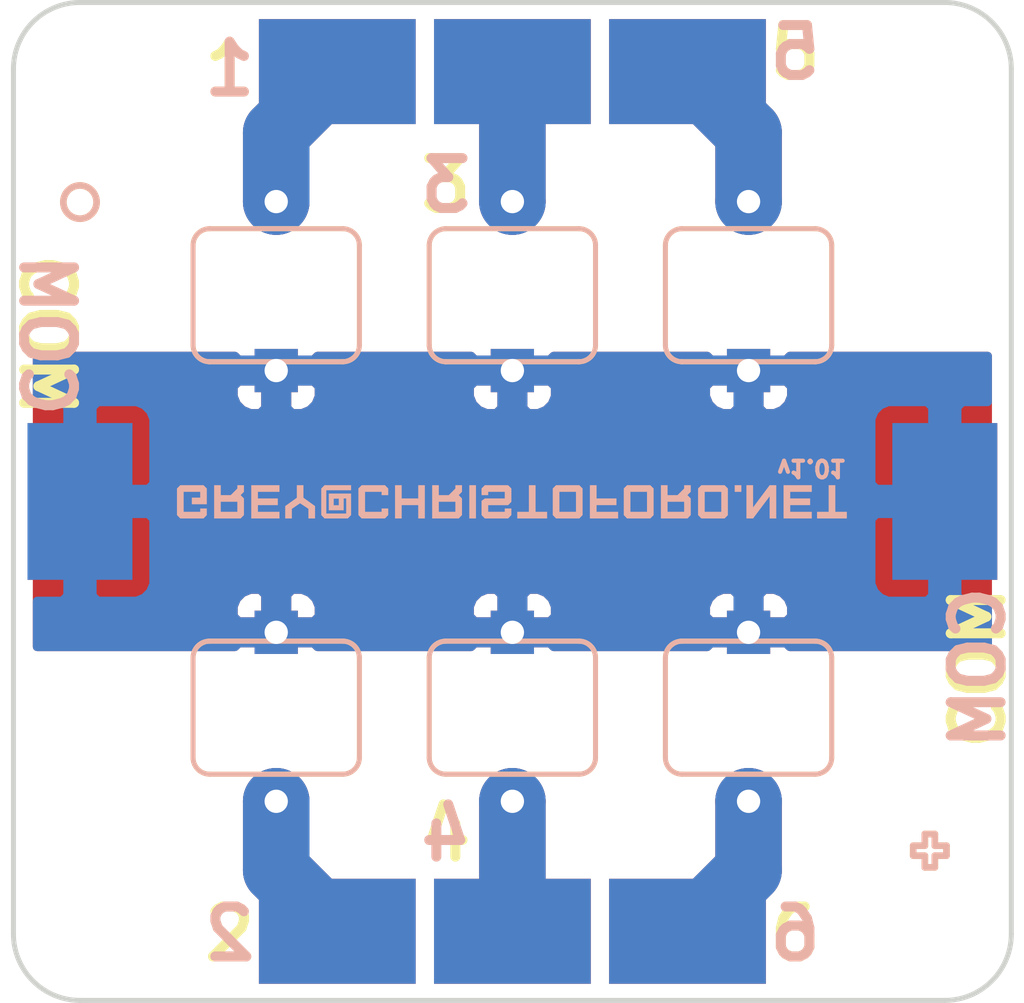
<source format=kicad_pcb>
(kicad_pcb (version 20170123) (host pcbnew "(2017-04-13 revision 801e50450)-master")

  (general
    (links 21)
    (no_connects 0)
    (area -1.3575 -31.5301 31.7425 1.6649)
    (thickness 1.6)
    (drawings 195)
    (tracks 20)
    (zones 0)
    (modules 23)
    (nets 8)
  )

  (page A4)
  (layers
    (0 F.Cu signal hide)
    (31 B.Cu signal hide)
    (32 B.Adhes user)
    (33 F.Adhes user)
    (34 B.Paste user)
    (35 F.Paste user)
    (36 B.SilkS user)
    (37 F.SilkS user)
    (38 B.Mask user)
    (39 F.Mask user)
    (40 Dwgs.User user)
    (41 Cmts.User user)
    (42 Eco1.User user)
    (43 Eco2.User user)
    (44 Edge.Cuts user)
    (45 Margin user)
    (46 B.CrtYd user)
    (47 F.CrtYd user)
    (48 B.Fab user hide)
    (49 F.Fab user hide)
  )

  (setup
    (last_trace_width 0.25)
    (user_trace_width 1)
    (user_trace_width 2)
    (user_trace_width 5)
    (trace_clearance 0.2)
    (zone_clearance 0.508)
    (zone_45_only no)
    (trace_min 0.2)
    (segment_width 0.2)
    (edge_width 0.15)
    (via_size 0.6)
    (via_drill 0.4)
    (via_min_size 0.4)
    (via_min_drill 0.3)
    (uvia_size 0.3)
    (uvia_drill 0.1)
    (uvias_allowed no)
    (uvia_min_size 0.2)
    (uvia_min_drill 0.1)
    (pcb_text_width 0.3)
    (pcb_text_size 1.5 1.5)
    (mod_edge_width 0.15)
    (mod_text_size 1 1)
    (mod_text_width 0.15)
    (pad_size 1.524 1.524)
    (pad_drill 0.762)
    (pad_to_mask_clearance 0.2)
    (aux_axis_origin 0 0)
    (visible_elements FFFFF97F)
    (pcbplotparams
      (layerselection 0x010fc_ffffffff)
      (usegerberextensions false)
      (usegerberattributes true)
      (excludeedgelayer true)
      (linewidth 0.150000)
      (plotframeref false)
      (viasonmask false)
      (mode 1)
      (useauxorigin true)
      (hpglpennumber 1)
      (hpglpenspeed 20)
      (hpglpendiameter 15)
      (psnegative false)
      (psa4output false)
      (plotreference true)
      (plotvalue true)
      (plotinvisibletext false)
      (padsonsilk false)
      (subtractmaskfromsilk true)
      (outputformat 1)
      (mirror false)
      (drillshape 0)
      (scaleselection 1)
      (outputdirectory output))
  )

  (net 0 "")
  (net 1 "Net-(D1-Pad2)")
  (net 2 "Net-(D2-Pad2)")
  (net 3 "Net-(D3-Pad2)")
  (net 4 "Net-(D4-Pad2)")
  (net 5 "Net-(D5-Pad2)")
  (net 6 "Net-(D6-Pad2)")
  (net 7 /com)

  (net_class Default "This is the default net class."
    (clearance 0.2)
    (trace_width 0.25)
    (via_dia 0.6)
    (via_drill 0.4)
    (uvia_dia 0.3)
    (uvia_drill 0.1)
    (add_net /com)
    (add_net "Net-(D1-Pad2)")
    (add_net "Net-(D2-Pad2)")
    (add_net "Net-(D3-Pad2)")
    (add_net "Net-(D4-Pad2)")
    (add_net "Net-(D5-Pad2)")
    (add_net "Net-(D6-Pad2)")
  )

  (module myParts:logo_small (layer B.Cu) (tedit 0) (tstamp 5914D4CA)
    (at 15 -15)
    (fp_text reference G*** (at 0 4) (layer B.SilkS) hide
      (effects (font (thickness 0.2)) (justify mirror))
    )
    (fp_text value value (at 0 -4) (layer B.SilkS) hide
      (effects (font (thickness 0.2)) (justify mirror))
    )
    (fp_poly (pts (xy 4.146998 0.511719) (xy 3.44742 0.511719) (xy 3.34889 0.410336) (xy 3.548777 0.311832)
      (xy 4.047055 0.311832) (xy 4.047055 -0.28842) (xy 3.548777 -0.28842) (xy 3.548777 0.311832)
      (xy 3.34889 0.410336) (xy 3.34889 -0.389777) (xy 3.44742 -0.488281) (xy 4.146998 -0.488281)
      (xy 4.245503 -0.389777) (xy 4.245503 0.410336)) (layer B.SilkS) (width 0.001))
    (fp_poly (pts (xy 1.043277 0.511719) (xy 0.146665 0.511719) (xy 0.146665 0.311832) (xy 0.496454 0.311832)
      (xy 0.496454 -0.488281) (xy 0.69634 -0.488281) (xy 0.69634 0.311832) (xy 1.043277 0.311832)) (layer B.SilkS) (width 0.001))
    (fp_poly (pts (xy -3.328331 0.511719) (xy -3.528218 0.511719) (xy -3.528218 -0.488281) (xy -3.328331 -0.488281)
      (xy -3.328331 -0.089484) (xy -2.830052 -0.089484) (xy -2.830052 -0.488281) (xy -2.631605 -0.488281)
      (xy -2.631605 0.511719) (xy -2.830052 0.511719) (xy -2.830052 0.110403) (xy -3.328331 0.110403)) (layer B.SilkS) (width 0.001))
    (fp_poly (pts (xy 1.21398 0.410336) (xy 1.413867 0.311832) (xy 1.912145 0.311832) (xy 1.912145 -0.28842)
      (xy 1.413867 -0.28842) (xy 1.413867 0.311832) (xy 1.21398 0.410336) (xy 1.21398 -0.389777)
      (xy 1.31251 -0.488281) (xy 2.012089 -0.488281) (xy 2.110593 -0.389777) (xy 2.110593 0.410336)
      (xy 2.012089 0.511719) (xy 1.31251 0.511719)) (layer B.SilkS) (width 0.001))
    (fp_poly (pts (xy 6.884123 -0.28842) (xy 6.684236 -0.28842) (xy 6.684236 -0.488281) (xy 6.884123 -0.488281)) (layer B.SilkS) (width 0.001))
    (fp_poly (pts (xy -1.295135 0.511719) (xy -1.295135 -0.488281) (xy -1.095248 -0.488281) (xy -1.095248 0.511719)) (layer B.SilkS) (width 0.001))
    (fp_poly (pts (xy 10.055304 0.511719) (xy 9.158691 0.511719) (xy 9.158691 0.311832) (xy 9.508481 0.311832)
      (xy 9.508481 -0.488281) (xy 9.708368 -0.488281) (xy 9.708368 0.311832) (xy 10.055304 0.311832)) (layer B.SilkS) (width 0.001))
    (fp_poly (pts (xy 7.235788 0.511719) (xy 7.035902 0.511719) (xy 7.035902 -0.488281) (xy 7.235788 -0.488281)
      (xy 7.235788 0.178865) (xy 7.734067 -0.488281) (xy 7.932514 -0.488281) (xy 7.932514 0.511719)
      (xy 7.734067 0.511719) (xy 7.734067 -0.154014)) (layer B.SilkS) (width 0.001))
    (fp_poly (pts (xy 5.68051 -0.488281) (xy 6.380088 -0.488281) (xy 6.280145 -0.28842) (xy 5.781867 -0.28842)
      (xy 5.781867 0.311832) (xy 6.280145 0.311832) (xy 6.280145 -0.28842) (xy 6.380088 -0.488281)
      (xy 6.478593 -0.389777) (xy 6.478593 0.410336) (xy 6.380088 0.511719) (xy 5.68051 0.511719)
      (xy 5.58198 0.410336) (xy 5.58198 -0.389777)) (layer B.SilkS) (width 0.001))
    (fp_poly (pts (xy 4.465435 0.511719) (xy 4.465435 -0.488281) (xy 4.665322 -0.488281) (xy 4.665322 0.311832)
      (xy 5.1636 0.311832) (xy 5.1636 0.010074) (xy 4.665322 0.010074) (xy 4.665322 0.311832)
      (xy 4.665322 -0.488281) (xy 4.665322 -0.189813) (xy 4.963713 -0.189813) (xy 5.063656 -0.288369)
      (xy 5.1636 -0.389751) (xy 5.1636 -0.488281) (xy 5.362048 -0.488281) (xy 5.362048 -0.288369)
      (xy 5.263543 -0.189813) (xy 5.362048 -0.089869) (xy 5.362048 0.410336) (xy 5.263543 0.511719)) (layer B.SilkS) (width 0.001))
    (fp_poly (pts (xy 9.000514 0.511719) (xy 8.152447 0.511719) (xy 8.152447 -0.488281) (xy 9.000514 -0.488281)
      (xy 9.000514 -0.28842) (xy 8.352333 -0.28842) (xy 8.352333 -0.089484) (xy 8.950555 -0.089484)
      (xy 8.950555 0.110403) (xy 8.352333 0.110403) (xy 8.352333 0.311832) (xy 9.000514 0.311832)) (layer B.SilkS) (width 0.001))
    (fp_poly (pts (xy -4.429508 0.311832) (xy -3.931229 0.311832) (xy -3.931229 0.211888) (xy -3.732782 0.211888)
      (xy -3.732782 0.410336) (xy -3.831286 0.511719) (xy -4.530865 0.511719) (xy -4.629395 0.410336)
      (xy -4.629395 -0.389777) (xy -4.530865 -0.488281) (xy -3.831286 -0.488281) (xy -3.732782 -0.389777)
      (xy -3.732782 -0.18989) (xy -3.931229 -0.18989) (xy -3.931229 -0.28842) (xy -4.429508 -0.28842)) (layer B.SilkS) (width 0.001))
    (fp_poly (pts (xy -6.131528 0.223145) (xy -6.382813 0.054559) (xy -6.629806 0.223145) (xy -6.629806 0.511719)
      (xy -6.829693 0.511719) (xy -6.829693 0.138852) (xy -6.479903 -0.111148) (xy -6.479903 -0.488281)
      (xy -6.28143 -0.488281) (xy -6.28143 -0.111148) (xy -5.93308 0.138852) (xy -5.93308 0.511719)
      (xy -6.131528 0.511719)) (layer B.SilkS) (width 0.001))
    (fp_poly (pts (xy 2.33052 0.511719) (xy 2.33052 -0.488281) (xy 2.530407 -0.488281) (xy 2.530407 -0.089484)
      (xy 3.128624 -0.089484) (xy 3.128624 0.110403) (xy 2.530407 0.110403) (xy 2.530407 0.311832)
      (xy 3.178582 0.311832) (xy 3.178582 0.511719)) (layer B.SilkS) (width 0.001))
    (fp_poly (pts (xy -5.64741 -0.488281) (xy -4.849327 -0.488281) (xy -4.849327 -0.336965) (xy -5.594598 -0.336965)
      (xy -5.594598 0.36323) (xy -4.996376 0.36323) (xy -4.996376 -0.089587) (xy -5.072034 -0.089587)
      (xy -5.21911 -0.083881) (xy -5.371865 -0.083881) (xy -5.371865 0.113666) (xy -5.21911 0.113666)
      (xy -5.21911 -0.083881) (xy -5.072034 -0.089587) (xy -5.072034 0.265008) (xy -5.518914 0.265008)
      (xy -5.518914 -0.236636) (xy -4.849327 -0.236636) (xy -4.849327 0.410336) (xy -4.947831 0.511719)
      (xy -5.64741 0.511719) (xy -5.74594 0.410336) (xy -5.74594 -0.389777)) (layer B.SilkS) (width 0.001))
    (fp_poly (pts (xy -2.211788 -0.189813) (xy -2.211788 0.311832) (xy -1.71351 0.311832) (xy -1.71351 0.010074)
      (xy -2.211788 0.010074) (xy -2.211788 0.311832) (xy -2.211788 -0.189813) (xy -1.913397 -0.189813)
      (xy -1.813453 -0.288369) (xy -1.71351 -0.389751) (xy -1.71351 -0.488281) (xy -1.515062 -0.488281)
      (xy -1.515062 -0.288369) (xy -1.613567 -0.189813) (xy -1.515062 -0.089869) (xy -1.515062 0.410336)
      (xy -1.613567 0.511719) (xy -2.411675 0.511719) (xy -2.411675 -0.488281) (xy -2.211788 -0.488281)) (layer B.SilkS) (width 0.001))
    (fp_poly (pts (xy -10.083265 -0.389777) (xy -9.984735 -0.488281) (xy -9.285156 -0.488281) (xy -9.186652 -0.389777)
      (xy -9.186652 0.084935) (xy -9.636385 0.084935) (xy -9.636385 -0.114925) (xy -9.3851 -0.114925)
      (xy -9.3851 -0.28842) (xy -9.883378 -0.28842) (xy -9.883378 0.311832) (xy -9.3851 0.311832)
      (xy -9.3851 0.211888) (xy -9.186652 0.211888) (xy -9.186652 0.410336) (xy -9.285156 0.511719)
      (xy -9.984735 0.511719) (xy -10.083265 0.410336)) (layer B.SilkS) (width 0.001))
    (fp_poly (pts (xy -8.766833 -0.488281) (xy -8.766833 0.010074) (xy -8.766833 0.311832) (xy -8.268555 0.311832)
      (xy -8.268555 0.010074) (xy -8.766833 0.010074) (xy -8.766833 -0.488281) (xy -8.766833 -0.189813)
      (xy -8.468442 -0.189813) (xy -8.368498 -0.288369) (xy -8.268555 -0.389751) (xy -8.268555 -0.488281)
      (xy -8.070107 -0.488281) (xy -8.070107 -0.288369) (xy -8.168611 -0.189813) (xy -8.070107 -0.089869)
      (xy -8.070107 0.410336) (xy -8.168611 0.511719) (xy -8.96672 0.511719) (xy -8.96672 -0.488281)) (layer B.SilkS) (width 0.001))
    (fp_poly (pts (xy -7.650288 -0.089484) (xy -7.052066 -0.089484) (xy -7.052066 0.110403) (xy -7.650288 0.110403)
      (xy -7.650288 0.311832) (xy -7.002107 0.311832) (xy -7.002107 0.511719) (xy -7.850175 0.511719)
      (xy -7.850175 -0.488281) (xy -7.002107 -0.488281) (xy -7.002107 -0.28842) (xy -7.650288 -0.28842)) (layer B.SilkS) (width 0.001))
    (fp_poly (pts (xy -0.030446 0.410336) (xy -0.128951 0.511719) (xy -0.828528 0.511719) (xy -0.927058 0.410336)
      (xy -0.927058 -0.017886) (xy -0.828528 -0.089278) (xy -0.228894 -0.089278) (xy -0.228894 -0.28842)
      (xy -0.727172 -0.28842) (xy -0.727172 -0.189556) (xy -0.927058 -0.189556) (xy -0.927058 -0.389777)
      (xy -0.828528 -0.488281) (xy -0.128951 -0.488281) (xy -0.030446 -0.389777) (xy -0.030446 0.012104)
      (xy -0.128951 0.112047) (xy -0.727172 0.112047) (xy -0.727172 0.311832) (xy -0.228894 0.311832)
      (xy -0.228894 0.211888) (xy -0.030446 0.211888)) (layer B.SilkS) (width 0.001))
  )

  (module myParts:BPW34 (layer B.Cu) (tedit 58B6D11D) (tstamp 59134664)
    (at 22.1001 -18.935 90)
    (descr "D, T-1 series, Axial, Horizontal, pin pitch=5.08mm, , length*diameter=3.2*2.6mm^2, , http://www.diodes.com/_files/packages/T-1.pdf")
    (tags "D T-1 series Axial Horizontal pin pitch 5.08mm  length 3.2mm diameter 2.6mm")
    (path /589CC856)
    (fp_text reference D5 (at 2.54 2.36 90) (layer B.SilkS) hide
      (effects (font (size 1 1) (thickness 0.15)) (justify mirror))
    )
    (fp_text value D_Photo (at 2.54 -2.36 90) (layer B.Fab)
      (effects (font (size 1 1) (thickness 0.15)) (justify mirror))
    )
    (fp_line (start 0.94 -1.325) (end 3.59 -1.325) (layer Dwgs.User) (width 0.15))
    (fp_line (start 0.94 1.325) (end 3.59 1.325) (layer Dwgs.User) (width 0.15))
    (fp_line (start 3.59 1.325) (end 3.59 -1.325) (layer Dwgs.User) (width 0.15))
    (fp_line (start 6.35 1.65) (end -1.25 1.65) (layer B.CrtYd) (width 0.05))
    (fp_line (start 6.35 -1.65) (end 6.35 1.65) (layer B.CrtYd) (width 0.05))
    (fp_line (start -1.25 -1.65) (end 6.35 -1.65) (layer B.CrtYd) (width 0.05))
    (fp_line (start -1.25 1.65) (end -1.25 -1.65) (layer B.CrtYd) (width 0.05))
    (fp_line (start 1.42 1.3) (end 1.42 -1.3) (layer B.Fab) (width 0.1))
    (fp_line (start 5.08 0) (end 4.14 0) (layer B.Fab) (width 0.1))
    (fp_line (start 0 0) (end 0.94 0) (layer B.Fab) (width 0.1))
    (fp_line (start 4.14 1.3) (end 0.94 1.3) (layer B.Fab) (width 0.1))
    (fp_line (start 4.14 -1.3) (end 4.14 1.3) (layer B.Fab) (width 0.1))
    (fp_line (start 0.94 -1.3) (end 4.14 -1.3) (layer B.Fab) (width 0.1))
    (fp_line (start 0.94 1.3) (end 0.94 -1.3) (layer B.Fab) (width 0.1))
    (fp_line (start 0.94 1.325) (end 0.94 -1.325) (layer Dwgs.User) (width 0.15))
    (pad 2 thru_hole oval (at 5.08 0 90) (size 2 2) (drill 0.7) (layers *.Cu *.Mask)
      (net 5 "Net-(D5-Pad2)"))
    (pad 1 thru_hole rect (at 0 0 90) (size 1.3 1.3) (drill 0.7) (layers *.Cu *.Mask)
      (net 7 /com))
    (model Diodes_THT.3dshapes/D_T-1_P5.08mm_Horizontal.wrl
      (at (xyz 0 0 0))
      (scale (xyz 0.393701 0.393701 0.393701))
      (rotate (xyz 0 0 0))
    )
  )

  (module myParts:BPW34 (layer B.Cu) (tedit 58B6D11D) (tstamp 59134614)
    (at 7.9001 -18.935 90)
    (descr "D, T-1 series, Axial, Horizontal, pin pitch=5.08mm, , length*diameter=3.2*2.6mm^2, , http://www.diodes.com/_files/packages/T-1.pdf")
    (tags "D T-1 series Axial Horizontal pin pitch 5.08mm  length 3.2mm diameter 2.6mm")
    (path /589CC837)
    (fp_text reference D1 (at 2.54 2.36 90) (layer B.SilkS) hide
      (effects (font (size 1 1) (thickness 0.15)) (justify mirror))
    )
    (fp_text value D_Photo (at 2.54 -2.36 90) (layer B.Fab)
      (effects (font (size 1 1) (thickness 0.15)) (justify mirror))
    )
    (fp_line (start 0.94 1.325) (end 0.94 -1.325) (layer Dwgs.User) (width 0.15))
    (fp_line (start 0.94 1.3) (end 0.94 -1.3) (layer B.Fab) (width 0.1))
    (fp_line (start 0.94 -1.3) (end 4.14 -1.3) (layer B.Fab) (width 0.1))
    (fp_line (start 4.14 -1.3) (end 4.14 1.3) (layer B.Fab) (width 0.1))
    (fp_line (start 4.14 1.3) (end 0.94 1.3) (layer B.Fab) (width 0.1))
    (fp_line (start 0 0) (end 0.94 0) (layer B.Fab) (width 0.1))
    (fp_line (start 5.08 0) (end 4.14 0) (layer B.Fab) (width 0.1))
    (fp_line (start 1.42 1.3) (end 1.42 -1.3) (layer B.Fab) (width 0.1))
    (fp_line (start -1.25 1.65) (end -1.25 -1.65) (layer B.CrtYd) (width 0.05))
    (fp_line (start -1.25 -1.65) (end 6.35 -1.65) (layer B.CrtYd) (width 0.05))
    (fp_line (start 6.35 -1.65) (end 6.35 1.65) (layer B.CrtYd) (width 0.05))
    (fp_line (start 6.35 1.65) (end -1.25 1.65) (layer B.CrtYd) (width 0.05))
    (fp_line (start 3.59 1.325) (end 3.59 -1.325) (layer Dwgs.User) (width 0.15))
    (fp_line (start 0.94 1.325) (end 3.59 1.325) (layer Dwgs.User) (width 0.15))
    (fp_line (start 0.94 -1.325) (end 3.59 -1.325) (layer Dwgs.User) (width 0.15))
    (pad 1 thru_hole rect (at 0 0 90) (size 1.3 1.3) (drill 0.7) (layers *.Cu *.Mask)
      (net 7 /com))
    (pad 2 thru_hole oval (at 5.08 0 90) (size 2 2) (drill 0.7) (layers *.Cu *.Mask)
      (net 1 "Net-(D1-Pad2)"))
    (model Diodes_THT.3dshapes/D_T-1_P5.08mm_Horizontal.wrl
      (at (xyz 0 0 0))
      (scale (xyz 0.393701 0.393701 0.393701))
      (rotate (xyz 0 0 0))
    )
  )

  (module myParts:BPW34 (layer B.Cu) (tedit 58B6D11D) (tstamp 59134628)
    (at 7.9001 -11.065 270)
    (descr "D, T-1 series, Axial, Horizontal, pin pitch=5.08mm, , length*diameter=3.2*2.6mm^2, , http://www.diodes.com/_files/packages/T-1.pdf")
    (tags "D T-1 series Axial Horizontal pin pitch 5.08mm  length 3.2mm diameter 2.6mm")
    (path /589CC358)
    (fp_text reference D2 (at 2.54 2.36 270) (layer B.SilkS) hide
      (effects (font (size 1 1) (thickness 0.15)) (justify mirror))
    )
    (fp_text value D_Photo (at 2.54 -2.36 270) (layer B.Fab)
      (effects (font (size 1 1) (thickness 0.15)) (justify mirror))
    )
    (fp_line (start 0.94 1.325) (end 0.94 -1.325) (layer Dwgs.User) (width 0.15))
    (fp_line (start 0.94 1.3) (end 0.94 -1.3) (layer B.Fab) (width 0.1))
    (fp_line (start 0.94 -1.3) (end 4.14 -1.3) (layer B.Fab) (width 0.1))
    (fp_line (start 4.14 -1.3) (end 4.14 1.3) (layer B.Fab) (width 0.1))
    (fp_line (start 4.14 1.3) (end 0.94 1.3) (layer B.Fab) (width 0.1))
    (fp_line (start 0 0) (end 0.94 0) (layer B.Fab) (width 0.1))
    (fp_line (start 5.08 0) (end 4.14 0) (layer B.Fab) (width 0.1))
    (fp_line (start 1.42 1.3) (end 1.42 -1.3) (layer B.Fab) (width 0.1))
    (fp_line (start -1.25 1.65) (end -1.25 -1.65) (layer B.CrtYd) (width 0.05))
    (fp_line (start -1.25 -1.65) (end 6.35 -1.65) (layer B.CrtYd) (width 0.05))
    (fp_line (start 6.35 -1.65) (end 6.35 1.65) (layer B.CrtYd) (width 0.05))
    (fp_line (start 6.35 1.65) (end -1.25 1.65) (layer B.CrtYd) (width 0.05))
    (fp_line (start 3.59 1.325) (end 3.59 -1.325) (layer Dwgs.User) (width 0.15))
    (fp_line (start 0.94 1.325) (end 3.59 1.325) (layer Dwgs.User) (width 0.15))
    (fp_line (start 0.94 -1.325) (end 3.59 -1.325) (layer Dwgs.User) (width 0.15))
    (pad 1 thru_hole rect (at 0 0 270) (size 1.3 1.3) (drill 0.7) (layers *.Cu *.Mask)
      (net 7 /com))
    (pad 2 thru_hole oval (at 5.08 0 270) (size 2 2) (drill 0.7) (layers *.Cu *.Mask)
      (net 2 "Net-(D2-Pad2)"))
    (model Diodes_THT.3dshapes/D_T-1_P5.08mm_Horizontal.wrl
      (at (xyz 0 0 0))
      (scale (xyz 0.393701 0.393701 0.393701))
      (rotate (xyz 0 0 0))
    )
  )

  (module myParts:BPW34 (layer B.Cu) (tedit 58B6D11D) (tstamp 5913463C)
    (at 15 -18.935 90)
    (descr "D, T-1 series, Axial, Horizontal, pin pitch=5.08mm, , length*diameter=3.2*2.6mm^2, , http://www.diodes.com/_files/packages/T-1.pdf")
    (tags "D T-1 series Axial Horizontal pin pitch 5.08mm  length 3.2mm diameter 2.6mm")
    (path /589CC72E)
    (fp_text reference D3 (at 2.54 2.36 90) (layer B.SilkS) hide
      (effects (font (size 1 1) (thickness 0.15)) (justify mirror))
    )
    (fp_text value D_Photo (at 2.54 -2.36 90) (layer B.Fab)
      (effects (font (size 1 1) (thickness 0.15)) (justify mirror))
    )
    (fp_line (start 0.94 -1.325) (end 3.59 -1.325) (layer Dwgs.User) (width 0.15))
    (fp_line (start 0.94 1.325) (end 3.59 1.325) (layer Dwgs.User) (width 0.15))
    (fp_line (start 3.59 1.325) (end 3.59 -1.325) (layer Dwgs.User) (width 0.15))
    (fp_line (start 6.35 1.65) (end -1.25 1.65) (layer B.CrtYd) (width 0.05))
    (fp_line (start 6.35 -1.65) (end 6.35 1.65) (layer B.CrtYd) (width 0.05))
    (fp_line (start -1.25 -1.65) (end 6.35 -1.65) (layer B.CrtYd) (width 0.05))
    (fp_line (start -1.25 1.65) (end -1.25 -1.65) (layer B.CrtYd) (width 0.05))
    (fp_line (start 1.42 1.3) (end 1.42 -1.3) (layer B.Fab) (width 0.1))
    (fp_line (start 5.08 0) (end 4.14 0) (layer B.Fab) (width 0.1))
    (fp_line (start 0 0) (end 0.94 0) (layer B.Fab) (width 0.1))
    (fp_line (start 4.14 1.3) (end 0.94 1.3) (layer B.Fab) (width 0.1))
    (fp_line (start 4.14 -1.3) (end 4.14 1.3) (layer B.Fab) (width 0.1))
    (fp_line (start 0.94 -1.3) (end 4.14 -1.3) (layer B.Fab) (width 0.1))
    (fp_line (start 0.94 1.3) (end 0.94 -1.3) (layer B.Fab) (width 0.1))
    (fp_line (start 0.94 1.325) (end 0.94 -1.325) (layer Dwgs.User) (width 0.15))
    (pad 2 thru_hole oval (at 5.08 0 90) (size 2 2) (drill 0.7) (layers *.Cu *.Mask)
      (net 3 "Net-(D3-Pad2)"))
    (pad 1 thru_hole rect (at 0 0 90) (size 1.3 1.3) (drill 0.7) (layers *.Cu *.Mask)
      (net 7 /com))
    (model Diodes_THT.3dshapes/D_T-1_P5.08mm_Horizontal.wrl
      (at (xyz 0 0 0))
      (scale (xyz 0.393701 0.393701 0.393701))
      (rotate (xyz 0 0 0))
    )
  )

  (module myParts:BPW34 (layer B.Cu) (tedit 58B6D11D) (tstamp 59134650)
    (at 15 -11.065 270)
    (descr "D, T-1 series, Axial, Horizontal, pin pitch=5.08mm, , length*diameter=3.2*2.6mm^2, , http://www.diodes.com/_files/packages/T-1.pdf")
    (tags "D T-1 series Axial Horizontal pin pitch 5.08mm  length 3.2mm diameter 2.6mm")
    (path /589CC92F)
    (fp_text reference D4 (at 2.54 2.36 270) (layer B.SilkS) hide
      (effects (font (size 1 1) (thickness 0.15)) (justify mirror))
    )
    (fp_text value D_Photo (at 2.54 -2.36 270) (layer B.Fab)
      (effects (font (size 1 1) (thickness 0.15)) (justify mirror))
    )
    (fp_line (start 0.94 1.325) (end 0.94 -1.325) (layer Dwgs.User) (width 0.15))
    (fp_line (start 0.94 1.3) (end 0.94 -1.3) (layer B.Fab) (width 0.1))
    (fp_line (start 0.94 -1.3) (end 4.14 -1.3) (layer B.Fab) (width 0.1))
    (fp_line (start 4.14 -1.3) (end 4.14 1.3) (layer B.Fab) (width 0.1))
    (fp_line (start 4.14 1.3) (end 0.94 1.3) (layer B.Fab) (width 0.1))
    (fp_line (start 0 0) (end 0.94 0) (layer B.Fab) (width 0.1))
    (fp_line (start 5.08 0) (end 4.14 0) (layer B.Fab) (width 0.1))
    (fp_line (start 1.42 1.3) (end 1.42 -1.3) (layer B.Fab) (width 0.1))
    (fp_line (start -1.25 1.65) (end -1.25 -1.65) (layer B.CrtYd) (width 0.05))
    (fp_line (start -1.25 -1.65) (end 6.35 -1.65) (layer B.CrtYd) (width 0.05))
    (fp_line (start 6.35 -1.65) (end 6.35 1.65) (layer B.CrtYd) (width 0.05))
    (fp_line (start 6.35 1.65) (end -1.25 1.65) (layer B.CrtYd) (width 0.05))
    (fp_line (start 3.59 1.325) (end 3.59 -1.325) (layer Dwgs.User) (width 0.15))
    (fp_line (start 0.94 1.325) (end 3.59 1.325) (layer Dwgs.User) (width 0.15))
    (fp_line (start 0.94 -1.325) (end 3.59 -1.325) (layer Dwgs.User) (width 0.15))
    (pad 1 thru_hole rect (at 0 0 270) (size 1.3 1.3) (drill 0.7) (layers *.Cu *.Mask)
      (net 7 /com))
    (pad 2 thru_hole oval (at 5.08 0 270) (size 2 2) (drill 0.7) (layers *.Cu *.Mask)
      (net 4 "Net-(D4-Pad2)"))
    (model Diodes_THT.3dshapes/D_T-1_P5.08mm_Horizontal.wrl
      (at (xyz 0 0 0))
      (scale (xyz 0.393701 0.393701 0.393701))
      (rotate (xyz 0 0 0))
    )
  )

  (module myParts:BPW34 (layer B.Cu) (tedit 58B6D11D) (tstamp 59134678)
    (at 22.1001 -11.065 270)
    (descr "D, T-1 series, Axial, Horizontal, pin pitch=5.08mm, , length*diameter=3.2*2.6mm^2, , http://www.diodes.com/_files/packages/T-1.pdf")
    (tags "D T-1 series Axial Horizontal pin pitch 5.08mm  length 3.2mm diameter 2.6mm")
    (path /589CC967)
    (fp_text reference D6 (at 2.54 2.36 270) (layer B.SilkS) hide
      (effects (font (size 1 1) (thickness 0.15)) (justify mirror))
    )
    (fp_text value D_Photo (at 2.54 -2.36 270) (layer B.Fab)
      (effects (font (size 1 1) (thickness 0.15)) (justify mirror))
    )
    (fp_line (start 0.94 -1.325) (end 3.59 -1.325) (layer Dwgs.User) (width 0.15))
    (fp_line (start 0.94 1.325) (end 3.59 1.325) (layer Dwgs.User) (width 0.15))
    (fp_line (start 3.59 1.325) (end 3.59 -1.325) (layer Dwgs.User) (width 0.15))
    (fp_line (start 6.35 1.65) (end -1.25 1.65) (layer B.CrtYd) (width 0.05))
    (fp_line (start 6.35 -1.65) (end 6.35 1.65) (layer B.CrtYd) (width 0.05))
    (fp_line (start -1.25 -1.65) (end 6.35 -1.65) (layer B.CrtYd) (width 0.05))
    (fp_line (start -1.25 1.65) (end -1.25 -1.65) (layer B.CrtYd) (width 0.05))
    (fp_line (start 1.42 1.3) (end 1.42 -1.3) (layer B.Fab) (width 0.1))
    (fp_line (start 5.08 0) (end 4.14 0) (layer B.Fab) (width 0.1))
    (fp_line (start 0 0) (end 0.94 0) (layer B.Fab) (width 0.1))
    (fp_line (start 4.14 1.3) (end 0.94 1.3) (layer B.Fab) (width 0.1))
    (fp_line (start 4.14 -1.3) (end 4.14 1.3) (layer B.Fab) (width 0.1))
    (fp_line (start 0.94 -1.3) (end 4.14 -1.3) (layer B.Fab) (width 0.1))
    (fp_line (start 0.94 1.3) (end 0.94 -1.3) (layer B.Fab) (width 0.1))
    (fp_line (start 0.94 1.325) (end 0.94 -1.325) (layer Dwgs.User) (width 0.15))
    (pad 2 thru_hole oval (at 5.08 0 270) (size 2 2) (drill 0.7) (layers *.Cu *.Mask)
      (net 6 "Net-(D6-Pad2)"))
    (pad 1 thru_hole rect (at 0 0 270) (size 1.3 1.3) (drill 0.7) (layers *.Cu *.Mask)
      (net 7 /com))
    (model Diodes_THT.3dshapes/D_T-1_P5.08mm_Horizontal.wrl
      (at (xyz 0 0 0))
      (scale (xyz 0.393701 0.393701 0.393701))
      (rotate (xyz 0 0 0))
    )
  )

  (module myParts:SolderWirePad_single_SMD_4.7x3.2mm (layer F.Cu) (tedit 5913262B) (tstamp 5913468C)
    (at 2 -15 90)
    (descr "Wire Pad, Square, SMD Pad,  5mm x 10mm,")
    (tags "MesurementPoint Square SMDPad 5mmx10mm ")
    (path /589CCB69)
    (attr smd)
    (fp_text reference W1 (at 0 -2.4 90) (layer F.SilkS) hide
      (effects (font (size 1 1) (thickness 0.15)))
    )
    (fp_text value TEST_1P (at 0.15 2.65 90) (layer F.Fab)
      (effects (font (size 1 1) (thickness 0.15)))
    )
    (fp_line (start 2.4 -1.6) (end -2.4 -1.6) (layer F.CrtYd) (width 0.05))
    (fp_line (start 2.4 1.6) (end 2.4 -1.6) (layer F.CrtYd) (width 0.05))
    (fp_line (start -2.4 1.6) (end 2.4 1.6) (layer F.CrtYd) (width 0.05))
    (fp_line (start -2.4 -1.6) (end -2.4 1.6) (layer F.CrtYd) (width 0.05))
    (pad 1 smd rect (at 0 0 90) (size 4.7125 3.155) (layers F.Cu F.Paste F.Mask)
      (net 7 /com))
  )

  (module myParts:SolderWirePad_single_SMD_4.7x3.2mm (layer F.Cu) (tedit 591325FB) (tstamp 59134694)
    (at 9.7363 -27.9226)
    (descr "Wire Pad, Square, SMD Pad,  5mm x 10mm,")
    (tags "MesurementPoint Square SMDPad 5mmx10mm ")
    (path /589CCA2A)
    (attr smd)
    (fp_text reference W2 (at 0 -2.4) (layer F.SilkS) hide
      (effects (font (size 1 1) (thickness 0.15)))
    )
    (fp_text value TEST_1P (at 0.15 2.65) (layer F.Fab)
      (effects (font (size 1 1) (thickness 0.15)))
    )
    (fp_line (start -2.4 -1.6) (end -2.4 1.6) (layer F.CrtYd) (width 0.05))
    (fp_line (start -2.4 1.6) (end 2.4 1.6) (layer F.CrtYd) (width 0.05))
    (fp_line (start 2.4 1.6) (end 2.4 -1.6) (layer F.CrtYd) (width 0.05))
    (fp_line (start 2.4 -1.6) (end -2.4 -1.6) (layer F.CrtYd) (width 0.05))
    (pad 1 smd rect (at 0 0) (size 4.7125 3.155) (layers F.Cu F.Paste F.Mask)
      (net 1 "Net-(D1-Pad2)"))
  )

  (module myParts:SolderWirePad_single_SMD_4.7x3.2mm (layer F.Cu) (tedit 591325E0) (tstamp 5913469C)
    (at 9.7363 -2.0776)
    (descr "Wire Pad, Square, SMD Pad,  5mm x 10mm,")
    (tags "MesurementPoint Square SMDPad 5mmx10mm ")
    (path /589CCCDC)
    (attr smd)
    (fp_text reference W3 (at 0 -2.4) (layer F.SilkS) hide
      (effects (font (size 1 1) (thickness 0.15)))
    )
    (fp_text value TEST_1P (at 0.15 2.65) (layer F.Fab)
      (effects (font (size 1 1) (thickness 0.15)))
    )
    (fp_line (start 2.4 -1.6) (end -2.4 -1.6) (layer F.CrtYd) (width 0.05))
    (fp_line (start 2.4 1.6) (end 2.4 -1.6) (layer F.CrtYd) (width 0.05))
    (fp_line (start -2.4 1.6) (end 2.4 1.6) (layer F.CrtYd) (width 0.05))
    (fp_line (start -2.4 -1.6) (end -2.4 1.6) (layer F.CrtYd) (width 0.05))
    (pad 1 smd rect (at 0 0) (size 4.7125 3.155) (layers F.Cu F.Paste F.Mask)
      (net 2 "Net-(D2-Pad2)"))
  )

  (module myParts:SolderWirePad_single_SMD_4.7x3.2mm (layer F.Cu) (tedit 591325F2) (tstamp 591346A4)
    (at 15 -27.9226)
    (descr "Wire Pad, Square, SMD Pad,  5mm x 10mm,")
    (tags "MesurementPoint Square SMDPad 5mmx10mm ")
    (path /589CCA7A)
    (attr smd)
    (fp_text reference W4 (at 0 -2.4) (layer F.SilkS) hide
      (effects (font (size 1 1) (thickness 0.15)))
    )
    (fp_text value TEST_1P (at 0.15 2.65) (layer F.Fab)
      (effects (font (size 1 1) (thickness 0.15)))
    )
    (fp_line (start 2.4 -1.6) (end -2.4 -1.6) (layer F.CrtYd) (width 0.05))
    (fp_line (start 2.4 1.6) (end 2.4 -1.6) (layer F.CrtYd) (width 0.05))
    (fp_line (start -2.4 1.6) (end 2.4 1.6) (layer F.CrtYd) (width 0.05))
    (fp_line (start -2.4 -1.6) (end -2.4 1.6) (layer F.CrtYd) (width 0.05))
    (pad 1 smd rect (at 0 0) (size 4.7125 3.155) (layers F.Cu F.Paste F.Mask)
      (net 3 "Net-(D3-Pad2)"))
  )

  (module myParts:SolderWirePad_single_SMD_4.7x3.2mm (layer F.Cu) (tedit 591325E4) (tstamp 591346AC)
    (at 15 -2.0776)
    (descr "Wire Pad, Square, SMD Pad,  5mm x 10mm,")
    (tags "MesurementPoint Square SMDPad 5mmx10mm ")
    (path /589CCD77)
    (attr smd)
    (fp_text reference W5 (at 0 -2.4) (layer F.SilkS) hide
      (effects (font (size 1 1) (thickness 0.15)))
    )
    (fp_text value TEST_1P (at 0.15 2.65) (layer F.Fab)
      (effects (font (size 1 1) (thickness 0.15)))
    )
    (fp_line (start 2.4 -1.6) (end -2.4 -1.6) (layer F.CrtYd) (width 0.05))
    (fp_line (start 2.4 1.6) (end 2.4 -1.6) (layer F.CrtYd) (width 0.05))
    (fp_line (start -2.4 1.6) (end 2.4 1.6) (layer F.CrtYd) (width 0.05))
    (fp_line (start -2.4 -1.6) (end -2.4 1.6) (layer F.CrtYd) (width 0.05))
    (pad 1 smd rect (at 0 0) (size 4.7125 3.155) (layers F.Cu F.Paste F.Mask)
      (net 4 "Net-(D4-Pad2)"))
  )

  (module myParts:SolderWirePad_single_SMD_4.7x3.2mm (layer F.Cu) (tedit 591325EE) (tstamp 591346B4)
    (at 20.2638 -27.9226)
    (descr "Wire Pad, Square, SMD Pad,  5mm x 10mm,")
    (tags "MesurementPoint Square SMDPad 5mmx10mm ")
    (path /589CCAE2)
    (attr smd)
    (fp_text reference W6 (at 0 -2.4) (layer F.SilkS) hide
      (effects (font (size 1 1) (thickness 0.15)))
    )
    (fp_text value TEST_1P (at 0.15 2.65) (layer F.Fab)
      (effects (font (size 1 1) (thickness 0.15)))
    )
    (fp_line (start -2.4 -1.6) (end -2.4 1.6) (layer F.CrtYd) (width 0.05))
    (fp_line (start -2.4 1.6) (end 2.4 1.6) (layer F.CrtYd) (width 0.05))
    (fp_line (start 2.4 1.6) (end 2.4 -1.6) (layer F.CrtYd) (width 0.05))
    (fp_line (start 2.4 -1.6) (end -2.4 -1.6) (layer F.CrtYd) (width 0.05))
    (pad 1 smd rect (at 0 0) (size 4.7125 3.155) (layers F.Cu F.Paste F.Mask)
      (net 5 "Net-(D5-Pad2)"))
  )

  (module myParts:SolderWirePad_single_SMD_4.7x3.2mm (layer F.Cu) (tedit 591325E8) (tstamp 591346BC)
    (at 20.2638 -2.0776)
    (descr "Wire Pad, Square, SMD Pad,  5mm x 10mm,")
    (tags "MesurementPoint Square SMDPad 5mmx10mm ")
    (path /589CCDC5)
    (attr smd)
    (fp_text reference W7 (at 0 -2.4) (layer F.SilkS) hide
      (effects (font (size 1 1) (thickness 0.15)))
    )
    (fp_text value TEST_1P (at 0.15 2.65) (layer F.Fab)
      (effects (font (size 1 1) (thickness 0.15)))
    )
    (fp_line (start -2.4 -1.6) (end -2.4 1.6) (layer F.CrtYd) (width 0.05))
    (fp_line (start -2.4 1.6) (end 2.4 1.6) (layer F.CrtYd) (width 0.05))
    (fp_line (start 2.4 1.6) (end 2.4 -1.6) (layer F.CrtYd) (width 0.05))
    (fp_line (start 2.4 -1.6) (end -2.4 -1.6) (layer F.CrtYd) (width 0.05))
    (pad 1 smd rect (at 0 0) (size 4.7125 3.155) (layers F.Cu F.Paste F.Mask)
      (net 6 "Net-(D6-Pad2)"))
  )

  (module myParts:SolderWirePad_single_SMD_4.7x3.2mm (layer F.Cu) (tedit 5913261F) (tstamp 591346C4)
    (at 28 -15 90)
    (descr "Wire Pad, Square, SMD Pad,  5mm x 10mm,")
    (tags "MesurementPoint Square SMDPad 5mmx10mm ")
    (path /589CCBF2)
    (attr smd)
    (fp_text reference W10 (at 0 -2.4 90) (layer F.SilkS) hide
      (effects (font (size 1 1) (thickness 0.15)))
    )
    (fp_text value TEST_1P (at 0.15 2.65 90) (layer F.Fab)
      (effects (font (size 1 1) (thickness 0.15)))
    )
    (fp_line (start -2.4 -1.6) (end -2.4 1.6) (layer F.CrtYd) (width 0.05))
    (fp_line (start -2.4 1.6) (end 2.4 1.6) (layer F.CrtYd) (width 0.05))
    (fp_line (start 2.4 1.6) (end 2.4 -1.6) (layer F.CrtYd) (width 0.05))
    (fp_line (start 2.4 -1.6) (end -2.4 -1.6) (layer F.CrtYd) (width 0.05))
    (pad 1 smd rect (at 0 0 90) (size 4.7125 3.155) (layers F.Cu F.Paste F.Mask)
      (net 7 /com))
  )

  (module myParts:SolderWirePad_single_SMD_4.7x3.2mm (layer B.Cu) (tedit 59132626) (tstamp 591346CC)
    (at 2 -15 270)
    (descr "Wire Pad, Square, SMD Pad,  5mm x 10mm,")
    (tags "MesurementPoint Square SMDPad 5mmx10mm ")
    (path /58C6E855)
    (attr smd)
    (fp_text reference W11 (at 0 2.4 270) (layer B.SilkS) hide
      (effects (font (size 1 1) (thickness 0.15)) (justify mirror))
    )
    (fp_text value TEST_1P (at 0.15 -2.65 270) (layer B.Fab)
      (effects (font (size 1 1) (thickness 0.15)) (justify mirror))
    )
    (fp_line (start 2.4 1.6) (end -2.4 1.6) (layer B.CrtYd) (width 0.05))
    (fp_line (start 2.4 -1.6) (end 2.4 1.6) (layer B.CrtYd) (width 0.05))
    (fp_line (start -2.4 -1.6) (end 2.4 -1.6) (layer B.CrtYd) (width 0.05))
    (fp_line (start -2.4 1.6) (end -2.4 -1.6) (layer B.CrtYd) (width 0.05))
    (pad 1 smd rect (at 0 0 270) (size 4.7125 3.155) (layers B.Cu B.Paste B.Mask)
      (net 7 /com))
  )

  (module myParts:SolderWirePad_single_SMD_4.7x3.2mm (layer B.Cu) (tedit 59132600) (tstamp 591346D4)
    (at 9.7363 -27.9226)
    (descr "Wire Pad, Square, SMD Pad,  5mm x 10mm,")
    (tags "MesurementPoint Square SMDPad 5mmx10mm ")
    (path /58C6E544)
    (attr smd)
    (fp_text reference W12 (at 0 2.4) (layer B.SilkS) hide
      (effects (font (size 1 1) (thickness 0.15)) (justify mirror))
    )
    (fp_text value TEST_1P (at 0.15 -2.65) (layer B.Fab)
      (effects (font (size 1 1) (thickness 0.15)) (justify mirror))
    )
    (fp_line (start 2.4 1.6) (end -2.4 1.6) (layer B.CrtYd) (width 0.05))
    (fp_line (start 2.4 -1.6) (end 2.4 1.6) (layer B.CrtYd) (width 0.05))
    (fp_line (start -2.4 -1.6) (end 2.4 -1.6) (layer B.CrtYd) (width 0.05))
    (fp_line (start -2.4 1.6) (end -2.4 -1.6) (layer B.CrtYd) (width 0.05))
    (pad 1 smd rect (at 0 0) (size 4.7125 3.155) (layers B.Cu B.Paste B.Mask)
      (net 1 "Net-(D1-Pad2)"))
  )

  (module myParts:SolderWirePad_single_SMD_4.7x3.2mm (layer B.Cu) (tedit 591499E8) (tstamp 591346DC)
    (at 9.7363 -2.0776)
    (descr "Wire Pad, Square, SMD Pad,  5mm x 10mm,")
    (tags "MesurementPoint Square SMDPad 5mmx10mm ")
    (path /58C6E7F5)
    (attr smd)
    (fp_text reference W13 (at 0 2.4) (layer B.SilkS) hide
      (effects (font (size 1 1) (thickness 0.15)) (justify mirror))
    )
    (fp_text value TEST_1P (at 0.15 -2.65) (layer B.Fab)
      (effects (font (size 1 1) (thickness 0.15)) (justify mirror))
    )
    (fp_line (start -2.4 1.6) (end -2.4 -1.6) (layer B.CrtYd) (width 0.05))
    (fp_line (start -2.4 -1.6) (end 2.4 -1.6) (layer B.CrtYd) (width 0.05))
    (fp_line (start 2.4 -1.6) (end 2.4 1.6) (layer B.CrtYd) (width 0.05))
    (fp_line (start 2.4 1.6) (end -2.4 1.6) (layer B.CrtYd) (width 0.05))
    (pad 1 smd rect (at 0 0) (size 4.7125 3.155) (layers B.Cu B.Paste B.Mask)
      (net 2 "Net-(D2-Pad2)"))
  )

  (module myParts:SolderWirePad_single_SMD_4.7x3.2mm (layer B.Cu) (tedit 59132605) (tstamp 591346E4)
    (at 15 -27.9226)
    (descr "Wire Pad, Square, SMD Pad,  5mm x 10mm,")
    (tags "MesurementPoint Square SMDPad 5mmx10mm ")
    (path /58C6E5BF)
    (attr smd)
    (fp_text reference W14 (at 0 2.4) (layer B.SilkS) hide
      (effects (font (size 1 1) (thickness 0.15)) (justify mirror))
    )
    (fp_text value TEST_1P (at 0.15 -2.65) (layer B.Fab)
      (effects (font (size 1 1) (thickness 0.15)) (justify mirror))
    )
    (fp_line (start -2.4 1.6) (end -2.4 -1.6) (layer B.CrtYd) (width 0.05))
    (fp_line (start -2.4 -1.6) (end 2.4 -1.6) (layer B.CrtYd) (width 0.05))
    (fp_line (start 2.4 -1.6) (end 2.4 1.6) (layer B.CrtYd) (width 0.05))
    (fp_line (start 2.4 1.6) (end -2.4 1.6) (layer B.CrtYd) (width 0.05))
    (pad 1 smd rect (at 0 0) (size 4.7125 3.155) (layers B.Cu B.Paste B.Mask)
      (net 3 "Net-(D3-Pad2)"))
  )

  (module myParts:SolderWirePad_single_SMD_4.7x3.2mm (layer B.Cu) (tedit 591499EA) (tstamp 591346EC)
    (at 15 -2.0776)
    (descr "Wire Pad, Square, SMD Pad,  5mm x 10mm,")
    (tags "MesurementPoint Square SMDPad 5mmx10mm ")
    (path /58C6E77F)
    (attr smd)
    (fp_text reference W15 (at 0 2.4) (layer B.SilkS) hide
      (effects (font (size 1 1) (thickness 0.15)) (justify mirror))
    )
    (fp_text value TEST_1P (at 0.15 -2.65) (layer B.Fab)
      (effects (font (size 1 1) (thickness 0.15)) (justify mirror))
    )
    (fp_line (start 2.4 1.6) (end -2.4 1.6) (layer B.CrtYd) (width 0.05))
    (fp_line (start 2.4 -1.6) (end 2.4 1.6) (layer B.CrtYd) (width 0.05))
    (fp_line (start -2.4 -1.6) (end 2.4 -1.6) (layer B.CrtYd) (width 0.05))
    (fp_line (start -2.4 1.6) (end -2.4 -1.6) (layer B.CrtYd) (width 0.05))
    (pad 1 smd rect (at 0 0) (size 4.7125 3.155) (layers B.Cu B.Paste B.Mask)
      (net 4 "Net-(D4-Pad2)"))
  )

  (module myParts:SolderWirePad_single_SMD_4.7x3.2mm (layer B.Cu) (tedit 5913260A) (tstamp 591346F4)
    (at 20.2638 -27.9226)
    (descr "Wire Pad, Square, SMD Pad,  5mm x 10mm,")
    (tags "MesurementPoint Square SMDPad 5mmx10mm ")
    (path /58C6E61B)
    (attr smd)
    (fp_text reference W16 (at 0 2.4) (layer B.SilkS) hide
      (effects (font (size 1 1) (thickness 0.15)) (justify mirror))
    )
    (fp_text value TEST_1P (at 0.15 -2.65) (layer B.Fab)
      (effects (font (size 1 1) (thickness 0.15)) (justify mirror))
    )
    (fp_line (start 2.4 1.6) (end -2.4 1.6) (layer B.CrtYd) (width 0.05))
    (fp_line (start 2.4 -1.6) (end 2.4 1.6) (layer B.CrtYd) (width 0.05))
    (fp_line (start -2.4 -1.6) (end 2.4 -1.6) (layer B.CrtYd) (width 0.05))
    (fp_line (start -2.4 1.6) (end -2.4 -1.6) (layer B.CrtYd) (width 0.05))
    (pad 1 smd rect (at 0 0) (size 4.7125 3.155) (layers B.Cu B.Paste B.Mask)
      (net 5 "Net-(D5-Pad2)"))
  )

  (module myParts:SolderWirePad_single_SMD_4.7x3.2mm (layer B.Cu) (tedit 591499EC) (tstamp 591346FC)
    (at 20.2638 -2.0776)
    (descr "Wire Pad, Square, SMD Pad,  5mm x 10mm,")
    (tags "MesurementPoint Square SMDPad 5mmx10mm ")
    (path /58C6E721)
    (attr smd)
    (fp_text reference W17 (at 0 2.4) (layer B.SilkS) hide
      (effects (font (size 1 1) (thickness 0.15)) (justify mirror))
    )
    (fp_text value TEST_1P (at 0.15 -2.65) (layer B.Fab)
      (effects (font (size 1 1) (thickness 0.15)) (justify mirror))
    )
    (fp_line (start -2.4 1.6) (end -2.4 -1.6) (layer B.CrtYd) (width 0.05))
    (fp_line (start -2.4 -1.6) (end 2.4 -1.6) (layer B.CrtYd) (width 0.05))
    (fp_line (start 2.4 -1.6) (end 2.4 1.6) (layer B.CrtYd) (width 0.05))
    (fp_line (start 2.4 1.6) (end -2.4 1.6) (layer B.CrtYd) (width 0.05))
    (pad 1 smd rect (at 0 0) (size 4.7125 3.155) (layers B.Cu B.Paste B.Mask)
      (net 6 "Net-(D6-Pad2)"))
  )

  (module myParts:SolderWirePad_single_SMD_4.7x3.2mm (layer B.Cu) (tedit 5913261A) (tstamp 59134704)
    (at 28 -15 270)
    (descr "Wire Pad, Square, SMD Pad,  5mm x 10mm,")
    (tags "MesurementPoint Square SMDPad 5mmx10mm ")
    (path /58C6E8BA)
    (attr smd)
    (fp_text reference W20 (at 0 2.4 270) (layer B.SilkS) hide
      (effects (font (size 1 1) (thickness 0.15)) (justify mirror))
    )
    (fp_text value TEST_1P (at 0.15 -2.65 270) (layer B.Fab)
      (effects (font (size 1 1) (thickness 0.15)) (justify mirror))
    )
    (fp_line (start -2.4 1.6) (end -2.4 -1.6) (layer B.CrtYd) (width 0.05))
    (fp_line (start -2.4 -1.6) (end 2.4 -1.6) (layer B.CrtYd) (width 0.05))
    (fp_line (start 2.4 -1.6) (end 2.4 1.6) (layer B.CrtYd) (width 0.05))
    (fp_line (start 2.4 1.6) (end -2.4 1.6) (layer B.CrtYd) (width 0.05))
    (pad 1 smd rect (at 0 0 270) (size 4.7125 3.155) (layers B.Cu B.Paste B.Mask)
      (net 7 /com))
  )

  (gr_line (start 20.099976 -6.800131) (end 24.099976 -6.800131) (layer B.SilkS) (width 0.15) (tstamp 5914D530))
  (gr_arc (start 24.099976 -7.300131) (end 24.599976 -7.300131) (angle 90) (layer B.SilkS) (width 0.15) (tstamp 5914D52F))
  (gr_line (start 24.599976 -7.300131) (end 24.599976 -10.300131) (layer B.SilkS) (width 0.15) (tstamp 5914D52E))
  (gr_arc (start 24.099976 -10.300131) (end 24.099976 -10.800131) (angle 90) (layer B.SilkS) (width 0.15) (tstamp 5914D52D))
  (gr_arc (start 20.099976 -10.300131) (end 19.599976 -10.300131) (angle 90) (layer B.SilkS) (width 0.15) (tstamp 5914D52C))
  (gr_line (start 19.599976 -10.300131) (end 19.599976 -7.300131) (layer B.SilkS) (width 0.15) (tstamp 5914D52B))
  (gr_arc (start 20.099976 -7.300131) (end 20.099976 -6.800131) (angle 90) (layer B.SilkS) (width 0.15) (tstamp 5914D52A))
  (gr_line (start 24.099976 -10.800131) (end 20.099976 -10.800131) (layer B.SilkS) (width 0.15) (tstamp 5914D529))
  (gr_arc (start 16.999976 -10.300131) (end 16.999976 -10.800131) (angle 90) (layer B.SilkS) (width 0.15) (tstamp 5914D527))
  (gr_line (start 12.499976 -10.300131) (end 12.499976 -7.300131) (layer B.SilkS) (width 0.15) (tstamp 5914D526))
  (gr_arc (start 12.999976 -7.300131) (end 12.999976 -6.800131) (angle 90) (layer B.SilkS) (width 0.15) (tstamp 5914D525))
  (gr_line (start 12.999976 -6.800131) (end 16.999976 -6.800131) (layer B.SilkS) (width 0.15) (tstamp 5914D524))
  (gr_arc (start 16.999976 -7.300131) (end 17.499976 -7.300131) (angle 90) (layer B.SilkS) (width 0.15) (tstamp 5914D523))
  (gr_line (start 17.499976 -7.300131) (end 17.499976 -10.300131) (layer B.SilkS) (width 0.15) (tstamp 5914D522))
  (gr_line (start 16.999976 -10.800131) (end 12.999976 -10.800131) (layer B.SilkS) (width 0.15) (tstamp 5914D521))
  (gr_arc (start 12.999976 -10.300131) (end 12.499976 -10.300131) (angle 90) (layer B.SilkS) (width 0.15) (tstamp 5914D520))
  (gr_arc (start 9.899976 -10.300131) (end 9.899976 -10.800131) (angle 90) (layer B.SilkS) (width 0.15) (tstamp 5914D51E))
  (gr_line (start 5.399976 -10.300131) (end 5.399976 -7.300131) (layer B.SilkS) (width 0.15) (tstamp 5914D51D))
  (gr_arc (start 5.899976 -7.300131) (end 5.899976 -6.800131) (angle 90) (layer B.SilkS) (width 0.15) (tstamp 5914D51C))
  (gr_line (start 5.899976 -6.800131) (end 9.899976 -6.800131) (layer B.SilkS) (width 0.15) (tstamp 5914D51B))
  (gr_arc (start 9.899976 -7.300131) (end 10.399976 -7.300131) (angle 90) (layer B.SilkS) (width 0.15) (tstamp 5914D51A))
  (gr_line (start 10.399976 -7.300131) (end 10.399976 -10.300131) (layer B.SilkS) (width 0.15) (tstamp 5914D519))
  (gr_line (start 9.899976 -10.800131) (end 5.899976 -10.800131) (layer B.SilkS) (width 0.15) (tstamp 5914D518))
  (gr_arc (start 5.899976 -10.300131) (end 5.399976 -10.300131) (angle 90) (layer B.SilkS) (width 0.15) (tstamp 5914D517))
  (gr_line (start 5.899976 -23.199935) (end 9.899976 -23.199935) (layer B.SilkS) (width 0.15) (tstamp 5914D4EE))
  (gr_arc (start 9.899976 -22.699935) (end 9.899976 -23.199935) (angle 90) (layer B.SilkS) (width 0.15) (tstamp 5914D4ED))
  (gr_arc (start 5.899976 -19.699935) (end 5.899976 -19.199935) (angle 90) (layer B.SilkS) (width 0.15) (tstamp 5914D4EC))
  (gr_line (start 5.399976 -19.699935) (end 5.399976 -22.699935) (layer B.SilkS) (width 0.15) (tstamp 5914D4EB))
  (gr_line (start 9.899976 -19.199935) (end 5.899976 -19.199935) (layer B.SilkS) (width 0.15) (tstamp 5914D4EA))
  (gr_arc (start 5.899976 -22.699935) (end 5.399976 -22.699935) (angle 90) (layer B.SilkS) (width 0.15) (tstamp 5914D4E9))
  (gr_line (start 10.399976 -22.699935) (end 10.399976 -19.699935) (layer B.SilkS) (width 0.15) (tstamp 5914D4E8))
  (gr_arc (start 9.899976 -19.699935) (end 10.399976 -19.699935) (angle 90) (layer B.SilkS) (width 0.15) (tstamp 5914D4E7))
  (gr_line (start 16.999976 -19.199935) (end 12.999976 -19.199935) (layer B.SilkS) (width 0.15) (tstamp 5914D4E5))
  (gr_arc (start 12.999976 -19.699935) (end 12.999976 -19.199935) (angle 90) (layer B.SilkS) (width 0.15) (tstamp 5914D4E4))
  (gr_arc (start 12.999976 -22.699935) (end 12.499976 -22.699935) (angle 90) (layer B.SilkS) (width 0.15) (tstamp 5914D4E3))
  (gr_line (start 12.999976 -23.199935) (end 16.999976 -23.199935) (layer B.SilkS) (width 0.15) (tstamp 5914D4E2))
  (gr_line (start 12.499976 -19.699935) (end 12.499976 -22.699935) (layer B.SilkS) (width 0.15) (tstamp 5914D4E1))
  (gr_arc (start 16.999976 -22.699935) (end 16.999976 -23.199935) (angle 90) (layer B.SilkS) (width 0.15) (tstamp 5914D4E0))
  (gr_line (start 17.499976 -22.699935) (end 17.499976 -19.699935) (layer B.SilkS) (width 0.15) (tstamp 5914D4DF))
  (gr_arc (start 16.999976 -19.699935) (end 17.499976 -19.699935) (angle 90) (layer B.SilkS) (width 0.15) (tstamp 5914D4DE))
  (gr_arc (start 20.099976 -19.699935) (end 20.099976 -19.199935) (angle 90) (layer B.SilkS) (width 0.15) (tstamp 5914D4DC))
  (gr_line (start 19.599976 -19.699935) (end 19.599976 -22.699935) (layer B.SilkS) (width 0.15) (tstamp 5914D4DB))
  (gr_arc (start 24.099976 -22.699935) (end 24.099976 -23.199935) (angle 90) (layer B.SilkS) (width 0.15) (tstamp 5914D4DA))
  (gr_line (start 24.599976 -22.699935) (end 24.599976 -19.699935) (layer B.SilkS) (width 0.15) (tstamp 5914D4D9))
  (gr_arc (start 24.099976 -19.699935) (end 24.599976 -19.699935) (angle 90) (layer B.SilkS) (width 0.15) (tstamp 5914D4D8))
  (gr_arc (start 20.099976 -22.699935) (end 19.599976 -22.699935) (angle 90) (layer B.SilkS) (width 0.15) (tstamp 5914D4D7))
  (gr_line (start 20.099976 -23.199935) (end 24.099976 -23.199935) (layer B.SilkS) (width 0.15) (tstamp 5914D4D6))
  (gr_line (start 24.099976 -19.199935) (end 20.099976 -19.199935) (layer B.SilkS) (width 0.15) (tstamp 5914D4D5))
  (gr_text COM (at 29 -10 90) (layer B.SilkS) (tstamp 5914D4D3)
    (effects (font (size 1.5 1.5) (thickness 0.3)) (justify mirror))
  )
  (gr_text COM (at 1 -20 270) (layer B.SilkS) (tstamp 5914D4D1)
    (effects (font (size 1.5 1.5) (thickness 0.3)) (justify mirror))
  )
  (gr_line (start 17.9075 -26.345019) (end 17.9075 -29.500019) (layer Dwgs.User) (width 0.15))
  (gr_line (start 17.1725 -29.500019) (end 17.1725 -26.345019) (layer Dwgs.User) (width 0.15))
  (gr_line (start 12.8275 -29.500019) (end 12.8275 -26.345019) (layer Dwgs.User) (width 0.15))
  (gr_line (start 7.38 -0.500047) (end 7.38 -3.655047) (layer Dwgs.User) (width 0.15))
  (gr_line (start 12.0925 -3.655047) (end 12.0925 -0.500047) (layer Dwgs.User) (width 0.15))
  (gr_line (start 12.0925 -0.500047) (end 7.38 -0.500047) (layer Dwgs.User) (width 0.15))
  (gr_line (start 17.9075 -0.500047) (end 22.62 -0.500047) (layer Dwgs.User) (width 0.15))
  (gr_line (start 17.9075 -3.655047) (end 17.9075 -0.500047) (layer Dwgs.User) (width 0.15))
  (gr_line (start 17.1725 -0.500047) (end 17.1725 -3.655047) (layer Dwgs.User) (width 0.15))
  (gr_line (start 12.8275 -0.500047) (end 12.8275 -3.655047) (layer Dwgs.User) (width 0.15))
  (gr_line (start 17.1725 -0.500047) (end 12.8275 -0.500047) (layer Dwgs.User) (width 0.15))
  (gr_line (start 19.599976 -7.300131) (end 19.599976 -10.300131) (layer F.SilkS) (width 0.15))
  (gr_arc (start 20.099976 -7.300131) (end 19.599976 -7.300131) (angle -90) (layer F.SilkS) (width 0.15))
  (gr_arc (start 16.999976 -7.300131) (end 16.999976 -6.800131) (angle -90) (layer F.SilkS) (width 0.15))
  (gr_arc (start 24.099976 -7.300131) (end 24.099976 -6.800131) (angle -90) (layer F.SilkS) (width 0.15))
  (gr_line (start 24.599976 -10.300131) (end 24.599976 -7.300131) (layer F.SilkS) (width 0.15))
  (gr_arc (start 24.099976 -10.300131) (end 24.599976 -10.300131) (angle -90) (layer F.SilkS) (width 0.15))
  (gr_line (start 20.099976 -10.800131) (end 24.099976 -10.800131) (layer F.SilkS) (width 0.15))
  (gr_arc (start 20.099976 -10.300131) (end 20.099976 -10.800131) (angle -90) (layer F.SilkS) (width 0.15))
  (gr_line (start 17.1725 -29.500019) (end 12.8275 -29.500019) (layer Dwgs.User) (width 0.15))
  (gr_line (start 7.38 -29.500019) (end 7.38 -26.345019) (layer Dwgs.User) (width 0.15))
  (gr_arc (start 12.999976 -22.699935) (end 12.999976 -23.199935) (angle -90) (layer F.SilkS) (width 0.15))
  (gr_line (start 16.999976 -23.199935) (end 12.999976 -23.199935) (layer F.SilkS) (width 0.15))
  (gr_arc (start 9.899976 -22.699935) (end 10.399976 -22.699935) (angle -90) (layer F.SilkS) (width 0.15))
  (gr_line (start 10.399976 -19.699935) (end 10.399976 -22.699935) (layer F.SilkS) (width 0.15))
  (gr_arc (start 5.899976 -19.699935) (end 5.399976 -19.699935) (angle -90) (layer F.SilkS) (width 0.15))
  (gr_line (start 22.62 -29.500019) (end 22.62 -26.345019) (layer Dwgs.User) (width 0.15))
  (gr_line (start 17.9075 -29.500019) (end 22.62 -29.500019) (layer Dwgs.User) (width 0.15))
  (gr_line (start 9.899976 -23.199935) (end 5.899976 -23.199935) (layer F.SilkS) (width 0.15))
  (gr_line (start 0 -30) (end 0 0) (layer Dwgs.User) (width 0.15))
  (gr_line (start 30 -30) (end 0 -30) (layer Dwgs.User) (width 0.15))
  (gr_line (start 30 0) (end 30 -30) (layer Dwgs.User) (width 0.15))
  (gr_line (start 0 0) (end 30 0) (layer Dwgs.User) (width 0.15))
  (gr_line (start 22.62 -3.655047) (end 17.9075 -3.655047) (layer Dwgs.User) (width 0.15))
  (gr_line (start 12.8275 -3.655047) (end 17.1725 -3.655047) (layer Dwgs.User) (width 0.15))
  (gr_line (start 7.38 -3.655047) (end 12.0925 -3.655047) (layer Dwgs.User) (width 0.15))
  (gr_circle (center 21.349952 -2.634967) (end 21.884952 -2.634967) (layer Dwgs.User) (width 0.15))
  (gr_line (start 5.399976 -22.699935) (end 5.399976 -19.699935) (layer F.SilkS) (width 0.15))
  (gr_arc (start 5.899976 -22.699935) (end 5.899976 -23.199935) (angle -90) (layer F.SilkS) (width 0.15))
  (gr_arc (start 24.099976 -22.699935) (end 24.599976 -22.699935) (angle -90) (layer F.SilkS) (width 0.15))
  (gr_line (start 24.599976 -19.699935) (end 24.599976 -22.699935) (layer F.SilkS) (width 0.15))
  (gr_arc (start 24.099976 -19.699935) (end 24.099976 -19.199935) (angle -90) (layer F.SilkS) (width 0.15))
  (gr_line (start 19.599976 -22.699935) (end 19.599976 -19.699935) (layer F.SilkS) (width 0.15))
  (gr_arc (start 20.099976 -22.699935) (end 20.099976 -23.199935) (angle -90) (layer F.SilkS) (width 0.15))
  (gr_arc (start 9.899976 -19.699935) (end 9.899976 -19.199935) (angle -90) (layer F.SilkS) (width 0.15))
  (gr_line (start 5.899976 -19.199935) (end 9.899976 -19.199935) (layer F.SilkS) (width 0.15))
  (gr_line (start 24.099976 -23.199935) (end 20.099976 -23.199935) (layer F.SilkS) (width 0.15))
  (gr_arc (start 16.999976 -22.699935) (end 17.499976 -22.699935) (angle -90) (layer F.SilkS) (width 0.15))
  (gr_line (start 17.499976 -19.699935) (end 17.499976 -22.699935) (layer F.SilkS) (width 0.15))
  (gr_arc (start 16.999976 -19.699935) (end 16.999976 -19.199935) (angle -90) (layer F.SilkS) (width 0.15))
  (gr_line (start 12.499976 -22.699935) (end 12.499976 -19.699935) (layer F.SilkS) (width 0.15))
  (gr_arc (start 5.899976 -7.300131) (end 5.399976 -7.300131) (angle -90) (layer F.SilkS) (width 0.15))
  (gr_line (start 9.899976 -6.800131) (end 5.899976 -6.800131) (layer F.SilkS) (width 0.15))
  (gr_line (start 22.62 -0.500047) (end 22.62 -3.655047) (layer Dwgs.User) (width 0.15))
  (gr_line (start 10.399976 -10.300131) (end 10.399976 -7.300131) (layer F.SilkS) (width 0.15))
  (gr_arc (start 9.899976 -10.300131) (end 10.399976 -10.300131) (angle -90) (layer F.SilkS) (width 0.15))
  (gr_line (start 5.899976 -10.800131) (end 9.899976 -10.800131) (layer F.SilkS) (width 0.15))
  (gr_arc (start 5.899976 -10.300131) (end 5.899976 -10.800131) (angle -90) (layer F.SilkS) (width 0.15))
  (gr_line (start 5.399976 -7.300131) (end 5.399976 -10.300131) (layer F.SilkS) (width 0.15))
  (gr_line (start 12.999976 -19.199935) (end 16.999976 -19.199935) (layer F.SilkS) (width 0.15))
  (gr_arc (start 12.999976 -19.699935) (end 12.499976 -19.699935) (angle -90) (layer F.SilkS) (width 0.15))
  (gr_circle (center 13.729952 -27.36507) (end 14.264952 -27.36507) (layer Dwgs.User) (width 0.15))
  (gr_circle (center 11.189952 -27.36506) (end 11.724952 -27.36506) (layer Dwgs.User) (width 0.15))
  (gr_circle (center 8.649952 -27.36505) (end 9.184952 -27.36505) (layer Dwgs.User) (width 0.15))
  (gr_circle (center 27.364902 -16.270011) (end 27.899902 -16.270011) (layer Dwgs.User) (width 0.15))
  (gr_circle (center 27.364884 -13.730011) (end 27.899884 -13.730011) (layer Dwgs.User) (width 0.15))
  (gr_line (start 4 -26.000033) (end 4 -4.000033) (layer Dwgs.User) (width 0.15))
  (gr_line (start 26 -26.000033) (end 4 -26.000033) (layer Dwgs.User) (width 0.15))
  (gr_line (start 26 -4.000033) (end 26 -26.000033) (layer Dwgs.User) (width 0.15))
  (gr_line (start 4 -4.000033) (end 26 -4.000033) (layer Dwgs.User) (width 0.15))
  (gr_circle (center 18.809952 -2.634977) (end 19.344952 -2.634977) (layer Dwgs.User) (width 0.15))
  (gr_circle (center 16.269952 -2.634986) (end 16.804952 -2.634986) (layer Dwgs.User) (width 0.15))
  (gr_circle (center 13.729952 -2.634996) (end 14.264952 -2.634996) (layer Dwgs.User) (width 0.15))
  (gr_circle (center 11.189952 -2.635006) (end 11.724952 -2.635006) (layer Dwgs.User) (width 0.15))
  (gr_circle (center 8.649952 -2.635016) (end 9.184952 -2.635016) (layer Dwgs.User) (width 0.15))
  (gr_line (start 22.62 -26.345019) (end 17.9075 -26.345019) (layer Dwgs.User) (width 0.15))
  (gr_line (start 12.8275 -26.345019) (end 17.1725 -26.345019) (layer Dwgs.User) (width 0.15))
  (gr_line (start 7.38 -26.345019) (end 12.0925 -26.345019) (layer Dwgs.User) (width 0.15))
  (gr_line (start 24.099976 -6.800131) (end 20.099976 -6.800131) (layer F.SilkS) (width 0.15))
  (gr_line (start 20.099976 -19.199935) (end 24.099976 -19.199935) (layer F.SilkS) (width 0.15))
  (gr_arc (start 20.099976 -19.699935) (end 19.599976 -19.699935) (angle -90) (layer F.SilkS) (width 0.15))
  (gr_circle (center 2.635116 -13.730011) (end 3.170116 -13.730011) (layer Dwgs.User) (width 0.15))
  (gr_circle (center 2.635098 -16.270011) (end 3.170098 -16.270011) (layer Dwgs.User) (width 0.15))
  (gr_circle (center 21.349952 -27.365099) (end 21.884952 -27.365099) (layer Dwgs.User) (width 0.15))
  (gr_circle (center 18.809952 -27.365089) (end 19.344952 -27.365089) (layer Dwgs.User) (width 0.15))
  (gr_circle (center 16.269952 -27.365079) (end 16.804952 -27.365079) (layer Dwgs.User) (width 0.15))
  (gr_arc (start 12.999976 -7.300131) (end 12.499976 -7.300131) (angle -90) (layer F.SilkS) (width 0.15))
  (gr_line (start 16.999976 -6.800131) (end 12.999976 -6.800131) (layer F.SilkS) (width 0.15))
  (gr_arc (start 9.899976 -7.300131) (end 9.899976 -6.800131) (angle -90) (layer F.SilkS) (width 0.15))
  (gr_line (start 17.499976 -10.300131) (end 17.499976 -7.300131) (layer F.SilkS) (width 0.15))
  (gr_arc (start 16.999976 -10.300131) (end 17.499976 -10.300131) (angle -90) (layer F.SilkS) (width 0.15))
  (gr_line (start 12.999976 -10.800131) (end 16.999976 -10.800131) (layer F.SilkS) (width 0.15))
  (gr_arc (start 12.999976 -10.300131) (end 12.999976 -10.800131) (angle -90) (layer F.SilkS) (width 0.15))
  (gr_line (start 12.499976 -7.300131) (end 12.499976 -10.300131) (layer F.SilkS) (width 0.15))
  (gr_line (start 12.0925 -26.345019) (end 12.0925 -29.500019) (layer Dwgs.User) (width 0.15))
  (gr_line (start 12.0925 -29.500019) (end 7.38 -29.500019) (layer Dwgs.User) (width 0.15))
  (gr_line (start 27.4 -4) (end 27.7 -4) (layer B.SilkS) (width 0.2) (tstamp 58B6CF28))
  (gr_line (start 27.7 -4) (end 27.7 -4.35) (layer B.SilkS) (width 0.2) (tstamp 58B6CF27))
  (gr_line (start 27.4 -4.35) (end 27.4 -4) (layer B.SilkS) (width 0.2) (tstamp 58B6CF26))
  (gr_line (start 27.05 -4.65) (end 27.05 -4.35) (layer B.SilkS) (width 0.2) (tstamp 58B6CF24))
  (gr_line (start 27.05 -4.35) (end 27.4 -4.35) (layer B.SilkS) (width 0.2) (tstamp 58B6CF22))
  (gr_line (start 27.4 -4.65) (end 27.05 -4.65) (layer B.SilkS) (width 0.2) (tstamp 58B6CF20))
  (gr_circle (center 2 -24) (end 2.5 -24) (layer B.SilkS) (width 0.2) (tstamp 58B6CF1B))
  (gr_line (start 27.7 -4.35) (end 28.05 -4.35) (layer B.SilkS) (width 0.2) (tstamp 58B6CF16))
  (gr_line (start 28.05 -4.35) (end 28.05 -4.65) (layer B.SilkS) (width 0.2) (tstamp 58B6CF15))
  (gr_line (start 27.7 -5) (end 27.4 -5) (layer B.SilkS) (width 0.2) (tstamp 58B6CF14))
  (gr_line (start 27.4 -5) (end 27.4 -4.65) (layer B.SilkS) (width 0.2) (tstamp 58B6CF13))
  (gr_line (start 27.7 -4.65) (end 27.7 -5) (layer B.SilkS) (width 0.2) (tstamp 58B6CF12))
  (gr_line (start 28.05 -4.65) (end 27.7 -4.65) (layer B.SilkS) (width 0.2) (tstamp 58B6CF11))
  (gr_line (start 28.05 -4.35) (end 28.05 -4.65) (layer F.SilkS) (width 0.2))
  (gr_line (start 27.05 -4.35) (end 27.4 -4.35) (layer F.SilkS) (width 0.2))
  (gr_line (start 27.4 -4.35) (end 27.4 -4) (layer F.SilkS) (width 0.2))
  (gr_line (start 27.4 -5) (end 27.4 -4.65) (layer F.SilkS) (width 0.2))
  (gr_line (start 27.7 -5) (end 27.4 -5) (layer F.SilkS) (width 0.2))
  (gr_line (start 27.7 -4.35) (end 28.05 -4.35) (layer F.SilkS) (width 0.2))
  (gr_line (start 27.05 -4.65) (end 27.05 -4.35) (layer F.SilkS) (width 0.2))
  (gr_line (start 27.4 -4.65) (end 27.05 -4.65) (layer F.SilkS) (width 0.2))
  (gr_line (start 27.7 -4) (end 27.7 -4.35) (layer F.SilkS) (width 0.2))
  (gr_circle (center 2 -24) (end 2.5 -24) (layer F.SilkS) (width 0.2))
  (gr_line (start 27.4 -4) (end 27.7 -4) (layer F.SilkS) (width 0.2))
  (gr_line (start 27.7 -4.65) (end 27.7 -5) (layer F.SilkS) (width 0.2))
  (gr_line (start 28.05 -4.65) (end 27.7 -4.65) (layer F.SilkS) (width 0.2))
  (gr_text 6 (at 23.5 -2) (layer B.SilkS) (tstamp 58B6A993)
    (effects (font (size 1.5 1.5) (thickness 0.3)) (justify mirror))
  )
  (gr_text 4 (at 13 -5) (layer B.SilkS) (tstamp 58B6A98B)
    (effects (font (size 1.5 1.5) (thickness 0.3)) (justify mirror))
  )
  (gr_text 2 (at 6.5 -2) (layer B.SilkS) (tstamp 58B6A980)
    (effects (font (size 1.5 1.5) (thickness 0.3)) (justify mirror))
  )
  (gr_text 5 (at 23.5 -28.5) (layer B.SilkS) (tstamp 58B6A917)
    (effects (font (size 1.5 1.5) (thickness 0.3)) (justify mirror))
  )
  (gr_text 3 (at 13 -24.5) (layer B.SilkS) (tstamp 58B6A8ED)
    (effects (font (size 1.5 1.5) (thickness 0.3)) (justify mirror))
  )
  (gr_text 1 (at 6.5 -28) (layer B.SilkS) (tstamp 58B6A8E0)
    (effects (font (size 1.5 1.5) (thickness 0.3)) (justify mirror))
  )
  (gr_text 5 (at 23.5 -28.5) (layer F.SilkS) (tstamp 58B6A676)
    (effects (font (size 1.5 1.5) (thickness 0.3)))
  )
  (gr_text 1 (at 6.5 -28) (layer F.SilkS) (tstamp 58B6A673)
    (effects (font (size 1.5 1.5) (thickness 0.3)))
  )
  (gr_text 4 (at 13 -5) (layer F.SilkS) (tstamp 58B6A672)
    (effects (font (size 1.5 1.5) (thickness 0.3)))
  )
  (gr_text 3 (at 13 -24.5) (layer F.SilkS) (tstamp 58B6A66E)
    (effects (font (size 1.5 1.5) (thickness 0.3)))
  )
  (gr_text 6 (at 23.5 -2) (layer F.SilkS) (tstamp 58B6A66D)
    (effects (font (size 1.5 1.5) (thickness 0.3)))
  )
  (gr_text 2 (at 6.5 -2) (layer F.SilkS)
    (effects (font (size 1.5 1.5) (thickness 0.3)))
  )
  (gr_text COM (at 1 -20 270) (layer F.SilkS) (tstamp 58B6A5F3)
    (effects (font (size 1.5 1.5) (thickness 0.3)))
  )
  (gr_text COM (at 29 -10 90) (layer F.SilkS)
    (effects (font (size 1.5 1.5) (thickness 0.3)))
  )
  (gr_text v1.01 (at 24 -16 180) (layer B.SilkS)
    (effects (font (size 0.5 0.5) (thickness 0.125)) (justify mirror))
  )
  (gr_arc (start 2 -2) (end 2 0) (angle 90) (layer Edge.Cuts) (width 0.15))
  (gr_arc (start 2 -28) (end 0 -28) (angle 90) (layer Edge.Cuts) (width 0.15))
  (gr_arc (start 28 -28) (end 28 -30) (angle 90) (layer Edge.Cuts) (width 0.15))
  (gr_arc (start 28 -2) (end 30 -2) (angle 90) (layer Edge.Cuts) (width 0.15))
  (gr_line (start 0 -28) (end 0 -2) (layer Edge.Cuts) (width 0.15))
  (gr_line (start 28 -30) (end 2 -30) (layer Edge.Cuts) (width 0.15))
  (gr_line (start 30 -2) (end 30 -28) (layer Edge.Cuts) (width 0.15))
  (gr_line (start 2 0) (end 28 0) (layer Edge.Cuts) (width 0.15))

  (segment (start 7.9001 -24.015) (end 7.9001 -26.0864) (width 2) (layer F.Cu) (net 1))
  (segment (start 7.9001 -26.0864) (end 9.7363 -27.9226) (width 2) (layer F.Cu) (net 1))
  (segment (start 7.9001 -24.015) (end 7.9001 -26.0864) (width 2) (layer B.Cu) (net 1))
  (segment (start 7.9001 -26.0864) (end 9.7363 -27.9226) (width 2) (layer B.Cu) (net 1))
  (segment (start 7.9001 -5.985) (end 7.9001 -3.9138) (width 2) (layer B.Cu) (net 2))
  (segment (start 7.9001 -3.9138) (end 9.7363 -2.0776) (width 2) (layer B.Cu) (net 2))
  (segment (start 7.9001 -5.985) (end 7.9001 -3.9138) (width 2) (layer F.Cu) (net 2))
  (segment (start 7.9001 -3.9138) (end 9.7363 -2.0776) (width 2) (layer F.Cu) (net 2))
  (segment (start 15 -24.015) (end 15 -27.9226) (width 2) (layer F.Cu) (net 3))
  (segment (start 15 -27.9226) (end 15 -24.015) (width 2) (layer B.Cu) (net 3))
  (segment (start 15 -5.985) (end 15 -2.0776) (width 2) (layer B.Cu) (net 4))
  (segment (start 15 -5.985) (end 15 -2.0776) (width 2) (layer F.Cu) (net 4))
  (segment (start 22.1001 -24.015) (end 22.1001 -26.0863) (width 2) (layer F.Cu) (net 5))
  (segment (start 22.1001 -26.0863) (end 20.2638 -27.9226) (width 2) (layer F.Cu) (net 5))
  (segment (start 22.1001 -24.015) (end 22.1001 -26.0863) (width 2) (layer B.Cu) (net 5))
  (segment (start 22.1001 -26.0863) (end 20.2638 -27.9226) (width 2) (layer B.Cu) (net 5))
  (segment (start 22.1001 -5.985) (end 22.1001 -3.9139) (width 2) (layer B.Cu) (net 6))
  (segment (start 22.1001 -3.9139) (end 20.2638 -2.0776) (width 2) (layer B.Cu) (net 6))
  (segment (start 22.1001 -5.985) (end 22.1001 -3.9139) (width 2) (layer F.Cu) (net 6))
  (segment (start 22.1001 -3.9139) (end 20.2638 -2.0776) (width 2) (layer F.Cu) (net 6))

  (zone (net 7) (net_name /com) (layer F.Cu) (tstamp 0) (hatch edge 0.508)
    (connect_pads thru_hole_only (clearance 0.508))
    (min_thickness 0.254)
    (fill yes (arc_segments 16) (thermal_gap 0.508) (thermal_bridge_width 1))
    (polygon
      (pts
        (xy 0.5 -19.5) (xy 0.5 -10.5) (xy 29.5 -10.5) (xy 29.5 -19.5)
      )
    )
    (filled_polygon
      (pts
        (xy 6.77385 -19.26) (xy 7.5751 -19.26) (xy 7.5751 -19.328) (xy 8.2251 -19.328) (xy 8.2251 -19.26)
        (xy 9.02635 -19.26) (xy 9.13935 -19.373) (xy 13.76075 -19.373) (xy 13.87375 -19.26) (xy 14.675 -19.26)
        (xy 14.675 -19.328) (xy 15.325 -19.328) (xy 15.325 -19.26) (xy 16.12625 -19.26) (xy 16.23925 -19.373)
        (xy 20.86085 -19.373) (xy 20.97385 -19.26) (xy 21.7751 -19.26) (xy 21.7751 -19.328) (xy 22.4251 -19.328)
        (xy 22.4251 -19.26) (xy 23.22635 -19.26) (xy 23.33935 -19.373) (xy 29.29 -19.373) (xy 29.29 -10.627)
        (xy 23.33935 -10.627) (xy 23.22635 -10.74) (xy 22.4251 -10.74) (xy 22.4251 -10.672) (xy 21.7751 -10.672)
        (xy 21.7751 -10.74) (xy 20.97385 -10.74) (xy 20.86085 -10.627) (xy 16.23925 -10.627) (xy 16.12625 -10.74)
        (xy 15.325 -10.74) (xy 15.325 -10.672) (xy 14.675 -10.672) (xy 14.675 -10.74) (xy 13.87375 -10.74)
        (xy 13.76075 -10.627) (xy 9.13935 -10.627) (xy 9.02635 -10.74) (xy 8.2251 -10.74) (xy 8.2251 -10.672)
        (xy 7.5751 -10.672) (xy 7.5751 -10.74) (xy 6.77385 -10.74) (xy 6.66085 -10.627) (xy 0.71 -10.627)
        (xy 0.71 -11.841309) (xy 6.6151 -11.841309) (xy 6.6151 -11.54875) (xy 6.77385 -11.39) (xy 7.5751 -11.39)
        (xy 7.5751 -12.19125) (xy 8.2251 -12.19125) (xy 8.2251 -11.39) (xy 9.02635 -11.39) (xy 9.1851 -11.54875)
        (xy 9.1851 -11.841309) (xy 13.715 -11.841309) (xy 13.715 -11.54875) (xy 13.87375 -11.39) (xy 14.675 -11.39)
        (xy 14.675 -12.19125) (xy 15.325 -12.19125) (xy 15.325 -11.39) (xy 16.12625 -11.39) (xy 16.285 -11.54875)
        (xy 16.285 -11.841309) (xy 20.8151 -11.841309) (xy 20.8151 -11.54875) (xy 20.97385 -11.39) (xy 21.7751 -11.39)
        (xy 21.7751 -12.19125) (xy 22.4251 -12.19125) (xy 22.4251 -11.39) (xy 23.22635 -11.39) (xy 23.3851 -11.54875)
        (xy 23.3851 -11.841309) (xy 23.288427 -12.074698) (xy 23.109799 -12.253327) (xy 22.87641 -12.35) (xy 22.58385 -12.35)
        (xy 22.4251 -12.19125) (xy 21.7751 -12.19125) (xy 21.61635 -12.35) (xy 21.32379 -12.35) (xy 21.090401 -12.253327)
        (xy 20.911773 -12.074698) (xy 20.8151 -11.841309) (xy 16.285 -11.841309) (xy 16.188327 -12.074698) (xy 16.009699 -12.253327)
        (xy 15.77631 -12.35) (xy 15.48375 -12.35) (xy 15.325 -12.19125) (xy 14.675 -12.19125) (xy 14.51625 -12.35)
        (xy 14.22369 -12.35) (xy 13.990301 -12.253327) (xy 13.811673 -12.074698) (xy 13.715 -11.841309) (xy 9.1851 -11.841309)
        (xy 9.088427 -12.074698) (xy 8.909799 -12.253327) (xy 8.67641 -12.35) (xy 8.38385 -12.35) (xy 8.2251 -12.19125)
        (xy 7.5751 -12.19125) (xy 7.41635 -12.35) (xy 7.12379 -12.35) (xy 6.890401 -12.253327) (xy 6.711773 -12.074698)
        (xy 6.6151 -11.841309) (xy 0.71 -11.841309) (xy 0.71 -18.45125) (xy 6.6151 -18.45125) (xy 6.6151 -18.158691)
        (xy 6.711773 -17.925302) (xy 6.890401 -17.746673) (xy 7.12379 -17.65) (xy 7.41635 -17.65) (xy 7.5751 -17.80875)
        (xy 7.5751 -18.61) (xy 8.2251 -18.61) (xy 8.2251 -17.80875) (xy 8.38385 -17.65) (xy 8.67641 -17.65)
        (xy 8.909799 -17.746673) (xy 9.088427 -17.925302) (xy 9.1851 -18.158691) (xy 9.1851 -18.45125) (xy 13.715 -18.45125)
        (xy 13.715 -18.158691) (xy 13.811673 -17.925302) (xy 13.990301 -17.746673) (xy 14.22369 -17.65) (xy 14.51625 -17.65)
        (xy 14.675 -17.80875) (xy 14.675 -18.61) (xy 15.325 -18.61) (xy 15.325 -17.80875) (xy 15.48375 -17.65)
        (xy 15.77631 -17.65) (xy 16.009699 -17.746673) (xy 16.188327 -17.925302) (xy 16.285 -18.158691) (xy 16.285 -18.45125)
        (xy 20.8151 -18.45125) (xy 20.8151 -18.158691) (xy 20.911773 -17.925302) (xy 21.090401 -17.746673) (xy 21.32379 -17.65)
        (xy 21.61635 -17.65) (xy 21.7751 -17.80875) (xy 21.7751 -18.61) (xy 22.4251 -18.61) (xy 22.4251 -17.80875)
        (xy 22.58385 -17.65) (xy 22.87641 -17.65) (xy 23.109799 -17.746673) (xy 23.288427 -17.925302) (xy 23.3851 -18.158691)
        (xy 23.3851 -18.45125) (xy 23.22635 -18.61) (xy 22.4251 -18.61) (xy 21.7751 -18.61) (xy 20.97385 -18.61)
        (xy 20.8151 -18.45125) (xy 16.285 -18.45125) (xy 16.12625 -18.61) (xy 15.325 -18.61) (xy 14.675 -18.61)
        (xy 13.87375 -18.61) (xy 13.715 -18.45125) (xy 9.1851 -18.45125) (xy 9.02635 -18.61) (xy 8.2251 -18.61)
        (xy 7.5751 -18.61) (xy 6.77385 -18.61) (xy 6.6151 -18.45125) (xy 0.71 -18.45125) (xy 0.71 -19.373)
        (xy 6.66085 -19.373)
      )
    )
  )
  (zone (net 7) (net_name /com) (layer B.Cu) (tstamp 0) (hatch edge 0.508)
    (connect_pads (clearance 0.508))
    (min_thickness 0.254)
    (fill yes (arc_segments 16) (thermal_gap 0.508) (thermal_bridge_width 1))
    (polygon
      (pts
        (xy 0.5 -19.5) (xy 0.5 -10.5) (xy 29.5 -10.5) (xy 29.5 -19.5)
      )
    )
    (filled_polygon
      (pts
        (xy 6.77385 -19.26) (xy 7.5751 -19.26) (xy 7.5751 -19.328) (xy 8.2251 -19.328) (xy 8.2251 -19.26)
        (xy 9.02635 -19.26) (xy 9.13935 -19.373) (xy 13.76075 -19.373) (xy 13.87375 -19.26) (xy 14.675 -19.26)
        (xy 14.675 -19.328) (xy 15.325 -19.328) (xy 15.325 -19.26) (xy 16.12625 -19.26) (xy 16.23925 -19.373)
        (xy 20.86085 -19.373) (xy 20.97385 -19.26) (xy 21.7751 -19.26) (xy 21.7751 -19.328) (xy 22.4251 -19.328)
        (xy 22.4251 -19.26) (xy 23.22635 -19.26) (xy 23.33935 -19.373) (xy 29.29 -19.373) (xy 29.29 -17.99125)
        (xy 28.53175 -17.99125) (xy 28.373 -17.8325) (xy 28.373 -15.373) (xy 28.393 -15.373) (xy 28.393 -14.627)
        (xy 28.373 -14.627) (xy 28.373 -12.1675) (xy 28.53175 -12.00875) (xy 29.29 -12.00875) (xy 29.29 -10.627)
        (xy 23.33935 -10.627) (xy 23.22635 -10.74) (xy 22.4251 -10.74) (xy 22.4251 -10.672) (xy 21.7751 -10.672)
        (xy 21.7751 -10.74) (xy 20.97385 -10.74) (xy 20.86085 -10.627) (xy 16.23925 -10.627) (xy 16.12625 -10.74)
        (xy 15.325 -10.74) (xy 15.325 -10.672) (xy 14.675 -10.672) (xy 14.675 -10.74) (xy 13.87375 -10.74)
        (xy 13.76075 -10.627) (xy 9.13935 -10.627) (xy 9.02635 -10.74) (xy 8.2251 -10.74) (xy 8.2251 -10.672)
        (xy 7.5751 -10.672) (xy 7.5751 -10.74) (xy 6.77385 -10.74) (xy 6.66085 -10.627) (xy 0.71 -10.627)
        (xy 0.71 -11.841309) (xy 6.6151 -11.841309) (xy 6.6151 -11.54875) (xy 6.77385 -11.39) (xy 7.5751 -11.39)
        (xy 7.5751 -12.19125) (xy 8.2251 -12.19125) (xy 8.2251 -11.39) (xy 9.02635 -11.39) (xy 9.1851 -11.54875)
        (xy 9.1851 -11.841309) (xy 13.715 -11.841309) (xy 13.715 -11.54875) (xy 13.87375 -11.39) (xy 14.675 -11.39)
        (xy 14.675 -12.19125) (xy 15.325 -12.19125) (xy 15.325 -11.39) (xy 16.12625 -11.39) (xy 16.285 -11.54875)
        (xy 16.285 -11.841309) (xy 20.8151 -11.841309) (xy 20.8151 -11.54875) (xy 20.97385 -11.39) (xy 21.7751 -11.39)
        (xy 21.7751 -12.19125) (xy 22.4251 -12.19125) (xy 22.4251 -11.39) (xy 23.22635 -11.39) (xy 23.3851 -11.54875)
        (xy 23.3851 -11.841309) (xy 23.288427 -12.074698) (xy 23.109799 -12.253327) (xy 22.87641 -12.35) (xy 22.58385 -12.35)
        (xy 22.4251 -12.19125) (xy 21.7751 -12.19125) (xy 21.61635 -12.35) (xy 21.32379 -12.35) (xy 21.090401 -12.253327)
        (xy 20.911773 -12.074698) (xy 20.8151 -11.841309) (xy 16.285 -11.841309) (xy 16.188327 -12.074698) (xy 16.009699 -12.253327)
        (xy 15.77631 -12.35) (xy 15.48375 -12.35) (xy 15.325 -12.19125) (xy 14.675 -12.19125) (xy 14.51625 -12.35)
        (xy 14.22369 -12.35) (xy 13.990301 -12.253327) (xy 13.811673 -12.074698) (xy 13.715 -11.841309) (xy 9.1851 -11.841309)
        (xy 9.088427 -12.074698) (xy 8.909799 -12.253327) (xy 8.67641 -12.35) (xy 8.38385 -12.35) (xy 8.2251 -12.19125)
        (xy 7.5751 -12.19125) (xy 7.41635 -12.35) (xy 7.12379 -12.35) (xy 6.890401 -12.253327) (xy 6.711773 -12.074698)
        (xy 6.6151 -11.841309) (xy 0.71 -11.841309) (xy 0.71 -12.00875) (xy 1.46825 -12.00875) (xy 1.627 -12.1675)
        (xy 1.627 -14.627) (xy 2.373 -14.627) (xy 2.373 -12.1675) (xy 2.53175 -12.00875) (xy 3.70381 -12.00875)
        (xy 3.937199 -12.105423) (xy 4.115827 -12.284052) (xy 4.2125 -12.517441) (xy 4.2125 -14.46825) (xy 25.7875 -14.46825)
        (xy 25.7875 -12.517441) (xy 25.884173 -12.284052) (xy 26.062801 -12.105423) (xy 26.29619 -12.00875) (xy 27.46825 -12.00875)
        (xy 27.627 -12.1675) (xy 27.627 -14.627) (xy 25.94625 -14.627) (xy 25.7875 -14.46825) (xy 4.2125 -14.46825)
        (xy 4.05375 -14.627) (xy 2.373 -14.627) (xy 1.627 -14.627) (xy 1.607 -14.627) (xy 1.607 -15.373)
        (xy 1.627 -15.373) (xy 1.627 -17.8325) (xy 2.373 -17.8325) (xy 2.373 -15.373) (xy 4.05375 -15.373)
        (xy 4.2125 -15.53175) (xy 4.2125 -17.482559) (xy 25.7875 -17.482559) (xy 25.7875 -15.53175) (xy 25.94625 -15.373)
        (xy 27.627 -15.373) (xy 27.627 -17.8325) (xy 27.46825 -17.99125) (xy 26.29619 -17.99125) (xy 26.062801 -17.894577)
        (xy 25.884173 -17.715948) (xy 25.7875 -17.482559) (xy 4.2125 -17.482559) (xy 4.115827 -17.715948) (xy 3.937199 -17.894577)
        (xy 3.70381 -17.99125) (xy 2.53175 -17.99125) (xy 2.373 -17.8325) (xy 1.627 -17.8325) (xy 1.46825 -17.99125)
        (xy 0.71 -17.99125) (xy 0.71 -18.45125) (xy 6.6151 -18.45125) (xy 6.6151 -18.158691) (xy 6.711773 -17.925302)
        (xy 6.890401 -17.746673) (xy 7.12379 -17.65) (xy 7.41635 -17.65) (xy 7.5751 -17.80875) (xy 7.5751 -18.61)
        (xy 8.2251 -18.61) (xy 8.2251 -17.80875) (xy 8.38385 -17.65) (xy 8.67641 -17.65) (xy 8.909799 -17.746673)
        (xy 9.088427 -17.925302) (xy 9.1851 -18.158691) (xy 9.1851 -18.45125) (xy 13.715 -18.45125) (xy 13.715 -18.158691)
        (xy 13.811673 -17.925302) (xy 13.990301 -17.746673) (xy 14.22369 -17.65) (xy 14.51625 -17.65) (xy 14.675 -17.80875)
        (xy 14.675 -18.61) (xy 15.325 -18.61) (xy 15.325 -17.80875) (xy 15.48375 -17.65) (xy 15.77631 -17.65)
        (xy 16.009699 -17.746673) (xy 16.188327 -17.925302) (xy 16.285 -18.158691) (xy 16.285 -18.45125) (xy 20.8151 -18.45125)
        (xy 20.8151 -18.158691) (xy 20.911773 -17.925302) (xy 21.090401 -17.746673) (xy 21.32379 -17.65) (xy 21.61635 -17.65)
        (xy 21.7751 -17.80875) (xy 21.7751 -18.61) (xy 22.4251 -18.61) (xy 22.4251 -17.80875) (xy 22.58385 -17.65)
        (xy 22.87641 -17.65) (xy 23.109799 -17.746673) (xy 23.288427 -17.925302) (xy 23.3851 -18.158691) (xy 23.3851 -18.45125)
        (xy 23.22635 -18.61) (xy 22.4251 -18.61) (xy 21.7751 -18.61) (xy 20.97385 -18.61) (xy 20.8151 -18.45125)
        (xy 16.285 -18.45125) (xy 16.12625 -18.61) (xy 15.325 -18.61) (xy 14.675 -18.61) (xy 13.87375 -18.61)
        (xy 13.715 -18.45125) (xy 9.1851 -18.45125) (xy 9.02635 -18.61) (xy 8.2251 -18.61) (xy 7.5751 -18.61)
        (xy 6.77385 -18.61) (xy 6.6151 -18.45125) (xy 0.71 -18.45125) (xy 0.71 -19.373) (xy 6.66085 -19.373)
      )
    )
  )
)

</source>
